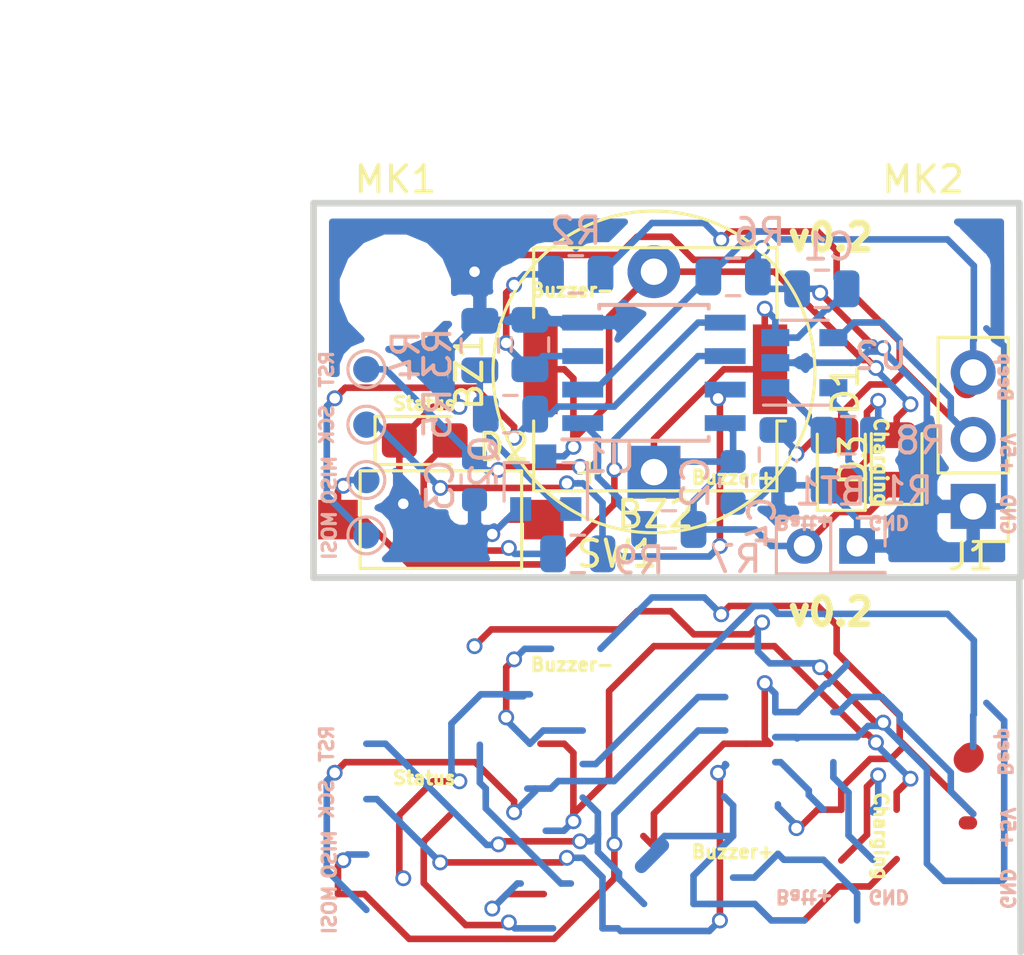
<source format=kicad_pcb>
(kicad_pcb (version 20171130) (host pcbnew 5.0.1)

  (general
    (thickness 1.6)
    (drawings 36)
    (tracks 552)
    (zones 0)
    (modules 30)
    (nets 16)
  )

  (page A4)
  (layers
    (0 F.Cu signal)
    (31 B.Cu signal)
    (32 B.Adhes user)
    (33 F.Adhes user)
    (34 B.Paste user)
    (35 F.Paste user)
    (36 B.SilkS user)
    (37 F.SilkS user)
    (38 B.Mask user)
    (39 F.Mask user)
    (40 Dwgs.User user)
    (41 Cmts.User user)
    (42 Eco1.User user)
    (43 Eco2.User user)
    (44 Edge.Cuts user)
    (45 Margin user)
    (46 B.CrtYd user)
    (47 F.CrtYd user)
    (48 B.Fab user hide)
    (49 F.Fab user hide)
  )

  (setup
    (last_trace_width 0.25)
    (user_trace_width 0.5)
    (user_trace_width 1)
    (trace_clearance 0.2)
    (zone_clearance 0.508)
    (zone_45_only no)
    (trace_min 0.2)
    (segment_width 0.2)
    (edge_width 0.15)
    (via_size 0.6)
    (via_drill 0.4)
    (via_min_size 0.508)
    (via_min_drill 0.254)
    (uvia_size 0.6858)
    (uvia_drill 0.3302)
    (uvias_allowed no)
    (uvia_min_size 0)
    (uvia_min_drill 0)
    (pcb_text_width 0.3)
    (pcb_text_size 1.5 1.5)
    (mod_edge_width 0.15)
    (mod_text_size 1 1)
    (mod_text_width 0.15)
    (pad_size 1.524 1.524)
    (pad_drill 0.762)
    (pad_to_mask_clearance 0.0508)
    (solder_mask_min_width 0.25)
    (aux_axis_origin 0 0)
    (visible_elements FFFFFF7F)
    (pcbplotparams
      (layerselection 0x00030_80000001)
      (usegerberextensions false)
      (usegerberattributes false)
      (usegerberadvancedattributes false)
      (creategerberjobfile false)
      (excludeedgelayer true)
      (linewidth 0.100000)
      (plotframeref false)
      (viasonmask false)
      (mode 1)
      (useauxorigin false)
      (hpglpennumber 1)
      (hpglpenspeed 20)
      (hpglpendiameter 15.000000)
      (psnegative false)
      (psa4output false)
      (plotreference true)
      (plotvalue true)
      (plotinvisibletext false)
      (padsonsilk false)
      (subtractmaskfromsilk false)
      (outputformat 1)
      (mirror false)
      (drillshape 1)
      (scaleselection 1)
      (outputdirectory ""))
  )

  (net 0 "")
  (net 1 VCC)
  (net 2 GND)
  (net 3 /Beeper_in)
  (net 4 +5V)
  (net 5 "Net-(Q2-Pad1)")
  (net 6 /sense)
  (net 7 "Net-(C3-Pad2)")
  (net 8 "Net-(D1-Pad1)")
  (net 9 "Net-(R1-Pad1)")
  (net 10 "Net-(R8-Pad2)")
  (net 11 "Net-(D2-Pad2)")
  (net 12 /STATUS_OUT)
  (net 13 /BUZZER_OUT)
  (net 14 /BUZZER_GND)
  (net 15 "Net-(J3-Pad1)")

  (net_class Default "This is the default net class."
    (clearance 0.2)
    (trace_width 0.25)
    (via_dia 0.6)
    (via_drill 0.4)
    (uvia_dia 0.6858)
    (uvia_drill 0.3302)
    (add_net +5V)
    (add_net /BUZZER_GND)
    (add_net /BUZZER_OUT)
    (add_net /Beeper_in)
    (add_net /STATUS_OUT)
    (add_net /sense)
    (add_net GND)
    (add_net "Net-(C3-Pad2)")
    (add_net "Net-(D1-Pad1)")
    (add_net "Net-(D2-Pad2)")
    (add_net "Net-(J3-Pad1)")
    (add_net "Net-(Q2-Pad1)")
    (add_net "Net-(R1-Pad1)")
    (add_net "Net-(R8-Pad2)")
    (add_net VCC)
  )

  (net_class power ""
    (clearance 0.2)
    (trace_width 1)
    (via_dia 0.6)
    (via_drill 0.4)
    (uvia_dia 0.3)
    (uvia_drill 0.1)
  )

  (module Package_TO_SOT_SMD:SOT-23-5 (layer B.Cu) (tedit 5A02FF57) (tstamp 5C905168)
    (at 31.3 18.75)
    (descr "5-pin SOT23 package")
    (tags SOT-23-5)
    (path /5C585823)
    (solder_mask_margin 0.1016)
    (attr smd)
    (fp_text reference U2 (at 2.9 -0.25) (layer B.SilkS)
      (effects (font (size 1 1) (thickness 0.15)) (justify mirror))
    )
    (fp_text value MCP73831-2-OT (at 0 -2.9) (layer B.Fab)
      (effects (font (size 1 1) (thickness 0.15)) (justify mirror))
    )
    (fp_text user %R (at 0 0 -90) (layer B.Fab)
      (effects (font (size 0.5 0.5) (thickness 0.075)) (justify mirror))
    )
    (fp_line (start -0.9 -1.61) (end 0.9 -1.61) (layer B.SilkS) (width 0.12))
    (fp_line (start 0.9 1.61) (end -1.55 1.61) (layer B.SilkS) (width 0.12))
    (fp_line (start -1.9 1.8) (end 1.9 1.8) (layer B.CrtYd) (width 0.05))
    (fp_line (start 1.9 1.8) (end 1.9 -1.8) (layer B.CrtYd) (width 0.05))
    (fp_line (start 1.9 -1.8) (end -1.9 -1.8) (layer B.CrtYd) (width 0.05))
    (fp_line (start -1.9 -1.8) (end -1.9 1.8) (layer B.CrtYd) (width 0.05))
    (fp_line (start -0.9 0.9) (end -0.25 1.55) (layer B.Fab) (width 0.1))
    (fp_line (start 0.9 1.55) (end -0.25 1.55) (layer B.Fab) (width 0.1))
    (fp_line (start -0.9 0.9) (end -0.9 -1.55) (layer B.Fab) (width 0.1))
    (fp_line (start 0.9 -1.55) (end -0.9 -1.55) (layer B.Fab) (width 0.1))
    (fp_line (start 0.9 1.55) (end 0.9 -1.55) (layer B.Fab) (width 0.1))
    (pad 1 smd rect (at -1.1 0.95) (size 1.06 0.65) (layers B.Cu B.Paste B.Mask)
      (net 10 "Net-(R8-Pad2)"))
    (pad 2 smd rect (at -1.1 0) (size 1.06 0.65) (layers B.Cu B.Paste B.Mask)
      (net 2 GND))
    (pad 3 smd rect (at -1.1 -0.95) (size 1.06 0.65) (layers B.Cu B.Paste B.Mask)
      (net 1 VCC))
    (pad 4 smd rect (at 1.1 -0.95) (size 1.06 0.65) (layers B.Cu B.Paste B.Mask)
      (net 4 +5V))
    (pad 5 smd rect (at 1.1 0.95) (size 1.06 0.65) (layers B.Cu B.Paste B.Mask)
      (net 9 "Net-(R1-Pad1)"))
    (model ${KISYS3DMOD}/Package_TO_SOT_SMD.3dshapes/SOT-23-5.wrl
      (at (xyz 0 0 0))
      (scale (xyz 1 1 1))
      (rotate (xyz 0 0 0))
    )
  )

  (module Capacitor_SMD:C_0603_1608Metric (layer B.Cu) (tedit 5B301BBE) (tstamp 5C90500A)
    (at 18.8 23.1625 90)
    (descr "Capacitor SMD 0603 (1608 Metric), square (rectangular) end terminal, IPC_7351 nominal, (Body size source: http://www.tortai-tech.com/upload/download/2011102023233369053.pdf), generated with kicad-footprint-generator")
    (tags capacitor)
    (path /5C489AFB)
    (solder_mask_margin 0.1016)
    (attr smd)
    (fp_text reference C3 (at -0.2375 -1.3 90) (layer B.SilkS)
      (effects (font (size 1 1) (thickness 0.15)) (justify mirror))
    )
    (fp_text value 100nF (at 0 -1.43 90) (layer B.Fab)
      (effects (font (size 1 1) (thickness 0.15)) (justify mirror))
    )
    (fp_line (start -0.8 -0.4) (end -0.8 0.4) (layer B.Fab) (width 0.1))
    (fp_line (start -0.8 0.4) (end 0.8 0.4) (layer B.Fab) (width 0.1))
    (fp_line (start 0.8 0.4) (end 0.8 -0.4) (layer B.Fab) (width 0.1))
    (fp_line (start 0.8 -0.4) (end -0.8 -0.4) (layer B.Fab) (width 0.1))
    (fp_line (start -0.162779 0.51) (end 0.162779 0.51) (layer B.SilkS) (width 0.12))
    (fp_line (start -0.162779 -0.51) (end 0.162779 -0.51) (layer B.SilkS) (width 0.12))
    (fp_line (start -1.48 -0.73) (end -1.48 0.73) (layer B.CrtYd) (width 0.05))
    (fp_line (start -1.48 0.73) (end 1.48 0.73) (layer B.CrtYd) (width 0.05))
    (fp_line (start 1.48 0.73) (end 1.48 -0.73) (layer B.CrtYd) (width 0.05))
    (fp_line (start 1.48 -0.73) (end -1.48 -0.73) (layer B.CrtYd) (width 0.05))
    (fp_text user %R (at 0 0 90) (layer B.Fab)
      (effects (font (size 0.4 0.4) (thickness 0.06)) (justify mirror))
    )
    (pad 1 smd roundrect (at -0.7875 0 90) (size 0.875 0.95) (layers B.Cu B.Paste B.Mask) (roundrect_rratio 0.25)
      (net 2 GND))
    (pad 2 smd roundrect (at 0.7875 0 90) (size 0.875 0.95) (layers B.Cu B.Paste B.Mask) (roundrect_rratio 0.25)
      (net 7 "Net-(C3-Pad2)"))
    (model ${KISYS3DMOD}/Capacitor_SMD.3dshapes/C_0603_1608Metric.wrl
      (at (xyz 0 0 0))
      (scale (xyz 1 1 1))
      (rotate (xyz 0 0 0))
    )
  )

  (module Capacitor_SMD:C_0805_2012Metric (layer B.Cu) (tedit 5B36C52B) (tstamp 5C904FEA)
    (at 31.9625 15.95 180)
    (descr "Capacitor SMD 0805 (2012 Metric), square (rectangular) end terminal, IPC_7351 nominal, (Body size source: https://docs.google.com/spreadsheets/d/1BsfQQcO9C6DZCsRaXUlFlo91Tg2WpOkGARC1WS5S8t0/edit?usp=sharing), generated with kicad-footprint-generator")
    (tags capacitor)
    (path /5C3E4BC6)
    (solder_mask_margin 0.1016)
    (attr smd)
    (fp_text reference C1 (at -0.2625 1.6) (layer B.SilkS)
      (effects (font (size 1 1) (thickness 0.15)) (justify mirror))
    )
    (fp_text value 10µF (at 0 -1.65 180) (layer B.Fab)
      (effects (font (size 1 1) (thickness 0.15)) (justify mirror))
    )
    (fp_text user %R (at 0 0 180) (layer B.Fab)
      (effects (font (size 0.5 0.5) (thickness 0.08)) (justify mirror))
    )
    (fp_line (start 1.68 -0.95) (end -1.68 -0.95) (layer B.CrtYd) (width 0.05))
    (fp_line (start 1.68 0.95) (end 1.68 -0.95) (layer B.CrtYd) (width 0.05))
    (fp_line (start -1.68 0.95) (end 1.68 0.95) (layer B.CrtYd) (width 0.05))
    (fp_line (start -1.68 -0.95) (end -1.68 0.95) (layer B.CrtYd) (width 0.05))
    (fp_line (start -0.258578 -0.71) (end 0.258578 -0.71) (layer B.SilkS) (width 0.12))
    (fp_line (start -0.258578 0.71) (end 0.258578 0.71) (layer B.SilkS) (width 0.12))
    (fp_line (start 1 -0.6) (end -1 -0.6) (layer B.Fab) (width 0.1))
    (fp_line (start 1 0.6) (end 1 -0.6) (layer B.Fab) (width 0.1))
    (fp_line (start -1 0.6) (end 1 0.6) (layer B.Fab) (width 0.1))
    (fp_line (start -1 -0.6) (end -1 0.6) (layer B.Fab) (width 0.1))
    (pad 2 smd roundrect (at 0.9375 0 180) (size 0.975 1.4) (layers B.Cu B.Paste B.Mask) (roundrect_rratio 0.25)
      (net 2 GND))
    (pad 1 smd roundrect (at -0.9375 0 180) (size 0.975 1.4) (layers B.Cu B.Paste B.Mask) (roundrect_rratio 0.25)
      (net 1 VCC))
    (model ${KISYS3DMOD}/Capacitor_SMD.3dshapes/C_0805_2012Metric.wrl
      (at (xyz 0 0 0))
      (scale (xyz 1 1 1))
      (rotate (xyz 0 0 0))
    )
  )

  (module Capacitor_SMD:C_0603_1608Metric (layer B.Cu) (tedit 5B301BBE) (tstamp 5C904FFA)
    (at 28.6 23.2875 270)
    (descr "Capacitor SMD 0603 (1608 Metric), square (rectangular) end terminal, IPC_7351 nominal, (Body size source: http://www.tortai-tech.com/upload/download/2011102023233369053.pdf), generated with kicad-footprint-generator")
    (tags capacitor)
    (path /5C3E4FBF)
    (solder_mask_margin 0.1016)
    (attr smd)
    (fp_text reference C2 (at 0 1.43 270) (layer B.SilkS)
      (effects (font (size 1 1) (thickness 0.15)) (justify mirror))
    )
    (fp_text value 100nF (at 0 -1.43 270) (layer B.Fab)
      (effects (font (size 1 1) (thickness 0.15)) (justify mirror))
    )
    (fp_text user %R (at 0 0 270) (layer B.Fab)
      (effects (font (size 0.4 0.4) (thickness 0.06)) (justify mirror))
    )
    (fp_line (start 1.48 -0.73) (end -1.48 -0.73) (layer B.CrtYd) (width 0.05))
    (fp_line (start 1.48 0.73) (end 1.48 -0.73) (layer B.CrtYd) (width 0.05))
    (fp_line (start -1.48 0.73) (end 1.48 0.73) (layer B.CrtYd) (width 0.05))
    (fp_line (start -1.48 -0.73) (end -1.48 0.73) (layer B.CrtYd) (width 0.05))
    (fp_line (start -0.162779 -0.51) (end 0.162779 -0.51) (layer B.SilkS) (width 0.12))
    (fp_line (start -0.162779 0.51) (end 0.162779 0.51) (layer B.SilkS) (width 0.12))
    (fp_line (start 0.8 -0.4) (end -0.8 -0.4) (layer B.Fab) (width 0.1))
    (fp_line (start 0.8 0.4) (end 0.8 -0.4) (layer B.Fab) (width 0.1))
    (fp_line (start -0.8 0.4) (end 0.8 0.4) (layer B.Fab) (width 0.1))
    (fp_line (start -0.8 -0.4) (end -0.8 0.4) (layer B.Fab) (width 0.1))
    (pad 2 smd roundrect (at 0.7875 0 270) (size 0.875 0.95) (layers B.Cu B.Paste B.Mask) (roundrect_rratio 0.25)
      (net 2 GND))
    (pad 1 smd roundrect (at -0.7875 0 270) (size 0.875 0.95) (layers B.Cu B.Paste B.Mask) (roundrect_rratio 0.25)
      (net 1 VCC))
    (model ${KISYS3DMOD}/Capacitor_SMD.3dshapes/C_0603_1608Metric.wrl
      (at (xyz 0 0 0))
      (scale (xyz 1 1 1))
      (rotate (xyz 0 0 0))
    )
  )

  (module Capacitor_SMD:C_0805_2012Metric (layer B.Cu) (tedit 5B36C52B) (tstamp 5C90501A)
    (at 30.3 22.2375 270)
    (descr "Capacitor SMD 0805 (2012 Metric), square (rectangular) end terminal, IPC_7351 nominal, (Body size source: https://docs.google.com/spreadsheets/d/1BsfQQcO9C6DZCsRaXUlFlo91Tg2WpOkGARC1WS5S8t0/edit?usp=sharing), generated with kicad-footprint-generator")
    (tags capacitor)
    (path /5C58722F)
    (solder_mask_margin 0.1016)
    (attr smd)
    (fp_text reference C4 (at 2.5625 0.6 90) (layer B.SilkS)
      (effects (font (size 1 1) (thickness 0.15)) (justify mirror))
    )
    (fp_text value 10µF (at 0 -1.65 270) (layer B.Fab)
      (effects (font (size 1 1) (thickness 0.15)) (justify mirror))
    )
    (fp_line (start -1 -0.6) (end -1 0.6) (layer B.Fab) (width 0.1))
    (fp_line (start -1 0.6) (end 1 0.6) (layer B.Fab) (width 0.1))
    (fp_line (start 1 0.6) (end 1 -0.6) (layer B.Fab) (width 0.1))
    (fp_line (start 1 -0.6) (end -1 -0.6) (layer B.Fab) (width 0.1))
    (fp_line (start -0.258578 0.71) (end 0.258578 0.71) (layer B.SilkS) (width 0.12))
    (fp_line (start -0.258578 -0.71) (end 0.258578 -0.71) (layer B.SilkS) (width 0.12))
    (fp_line (start -1.68 -0.95) (end -1.68 0.95) (layer B.CrtYd) (width 0.05))
    (fp_line (start -1.68 0.95) (end 1.68 0.95) (layer B.CrtYd) (width 0.05))
    (fp_line (start 1.68 0.95) (end 1.68 -0.95) (layer B.CrtYd) (width 0.05))
    (fp_line (start 1.68 -0.95) (end -1.68 -0.95) (layer B.CrtYd) (width 0.05))
    (fp_text user %R (at 0 0 270) (layer B.Fab)
      (effects (font (size 0.5 0.5) (thickness 0.08)) (justify mirror))
    )
    (pad 1 smd roundrect (at -0.9375 0 270) (size 0.975 1.4) (layers B.Cu B.Paste B.Mask) (roundrect_rratio 0.25)
      (net 4 +5V))
    (pad 2 smd roundrect (at 0.9375 0 270) (size 0.975 1.4) (layers B.Cu B.Paste B.Mask) (roundrect_rratio 0.25)
      (net 2 GND))
    (model ${KISYS3DMOD}/Capacitor_SMD.3dshapes/C_0805_2012Metric.wrl
      (at (xyz 0 0 0))
      (scale (xyz 1 1 1))
      (rotate (xyz 0 0 0))
    )
  )

  (module LED_SMD:LED_0805_2012Metric_Castellated (layer F.Cu) (tedit 5B36C52C) (tstamp 5C90502A)
    (at 32.7 22.4625 90)
    (descr "LED SMD 0805 (2012 Metric), castellated end terminal, IPC_7351 nominal, (Body size source: https://docs.google.com/spreadsheets/d/1BsfQQcO9C6DZCsRaXUlFlo91Tg2WpOkGARC1WS5S8t0/edit?usp=sharing), generated with kicad-footprint-generator")
    (tags "LED castellated")
    (path /5C588A8F)
    (solder_mask_margin 0.1016)
    (attr smd)
    (fp_text reference D1 (at 2.7 0.15 90) (layer F.SilkS)
      (effects (font (size 1 1) (thickness 0.15)))
    )
    (fp_text value LED (at 0 1.6 90) (layer F.Fab)
      (effects (font (size 1 1) (thickness 0.15)))
    )
    (fp_line (start 1 -0.6) (end -0.7 -0.6) (layer F.Fab) (width 0.1))
    (fp_line (start -0.7 -0.6) (end -1 -0.3) (layer F.Fab) (width 0.1))
    (fp_line (start -1 -0.3) (end -1 0.6) (layer F.Fab) (width 0.1))
    (fp_line (start -1 0.6) (end 1 0.6) (layer F.Fab) (width 0.1))
    (fp_line (start 1 0.6) (end 1 -0.6) (layer F.Fab) (width 0.1))
    (fp_line (start 1 -0.91) (end -1.885 -0.91) (layer F.SilkS) (width 0.12))
    (fp_line (start -1.885 -0.91) (end -1.885 0.91) (layer F.SilkS) (width 0.12))
    (fp_line (start -1.885 0.91) (end 1 0.91) (layer F.SilkS) (width 0.12))
    (fp_line (start -1.88 0.9) (end -1.88 -0.9) (layer F.CrtYd) (width 0.05))
    (fp_line (start -1.88 -0.9) (end 1.88 -0.9) (layer F.CrtYd) (width 0.05))
    (fp_line (start 1.88 -0.9) (end 1.88 0.9) (layer F.CrtYd) (width 0.05))
    (fp_line (start 1.88 0.9) (end -1.88 0.9) (layer F.CrtYd) (width 0.05))
    (fp_text user %R (at 0 0 90) (layer F.Fab)
      (effects (font (size 0.5 0.5) (thickness 0.08)))
    )
    (pad 1 smd roundrect (at -0.9625 0 90) (size 1.325 1.3) (layers F.Cu F.Paste F.Mask) (roundrect_rratio 0.192308)
      (net 8 "Net-(D1-Pad1)"))
    (pad 2 smd roundrect (at 0.9625 0 90) (size 1.325 1.3) (layers F.Cu F.Paste F.Mask) (roundrect_rratio 0.192308)
      (net 4 +5V))
    (model ${KISYS3DMOD}/LED_SMD.3dshapes/LED_0805_2012Metric_Castellated.wrl
      (at (xyz 0 0 0))
      (scale (xyz 1 1 1))
      (rotate (xyz 0 0 0))
    )
  )

  (module LED_SMD:LED_0805_2012Metric_Castellated (layer F.Cu) (tedit 5B36C52C) (tstamp 5C90503C)
    (at 16.9125 21.7)
    (descr "LED SMD 0805 (2012 Metric), castellated end terminal, IPC_7351 nominal, (Body size source: https://docs.google.com/spreadsheets/d/1BsfQQcO9C6DZCsRaXUlFlo91Tg2WpOkGARC1WS5S8t0/edit?usp=sharing), generated with kicad-footprint-generator")
    (tags "LED castellated")
    (path /5C829CD7)
    (solder_mask_margin 0.1016)
    (attr smd)
    (fp_text reference D2 (at 3 0.25) (layer F.SilkS)
      (effects (font (size 1 1) (thickness 0.15)))
    )
    (fp_text value LED (at 0 1.6) (layer F.Fab)
      (effects (font (size 1 1) (thickness 0.15)))
    )
    (fp_text user %R (at 0 0) (layer F.Fab)
      (effects (font (size 0.5 0.5) (thickness 0.08)))
    )
    (fp_line (start 1.88 0.9) (end -1.88 0.9) (layer F.CrtYd) (width 0.05))
    (fp_line (start 1.88 -0.9) (end 1.88 0.9) (layer F.CrtYd) (width 0.05))
    (fp_line (start -1.88 -0.9) (end 1.88 -0.9) (layer F.CrtYd) (width 0.05))
    (fp_line (start -1.88 0.9) (end -1.88 -0.9) (layer F.CrtYd) (width 0.05))
    (fp_line (start -1.885 0.91) (end 1 0.91) (layer F.SilkS) (width 0.12))
    (fp_line (start -1.885 -0.91) (end -1.885 0.91) (layer F.SilkS) (width 0.12))
    (fp_line (start 1 -0.91) (end -1.885 -0.91) (layer F.SilkS) (width 0.12))
    (fp_line (start 1 0.6) (end 1 -0.6) (layer F.Fab) (width 0.1))
    (fp_line (start -1 0.6) (end 1 0.6) (layer F.Fab) (width 0.1))
    (fp_line (start -1 -0.3) (end -1 0.6) (layer F.Fab) (width 0.1))
    (fp_line (start -0.7 -0.6) (end -1 -0.3) (layer F.Fab) (width 0.1))
    (fp_line (start 1 -0.6) (end -0.7 -0.6) (layer F.Fab) (width 0.1))
    (pad 2 smd roundrect (at 0.9625 0) (size 1.325 1.3) (layers F.Cu F.Paste F.Mask) (roundrect_rratio 0.192308)
      (net 11 "Net-(D2-Pad2)"))
    (pad 1 smd roundrect (at -0.9625 0) (size 1.325 1.3) (layers F.Cu F.Paste F.Mask) (roundrect_rratio 0.192308)
      (net 2 GND))
    (model ${KISYS3DMOD}/LED_SMD.3dshapes/LED_0805_2012Metric_Castellated.wrl
      (at (xyz 0 0 0))
      (scale (xyz 1 1 1))
      (rotate (xyz 0 0 0))
    )
  )

  (module Connector_PinHeader_2.54mm:PinHeader_1x03_P2.54mm_Vertical (layer F.Cu) (tedit 59FED5CC) (tstamp 5C90504E)
    (at 37.7 24.2 180)
    (descr "Through hole straight pin header, 1x03, 2.54mm pitch, single row")
    (tags "Through hole pin header THT 1x03 2.54mm single row")
    (path /5C3D3B3D)
    (solder_mask_margin 0.1016)
    (fp_text reference J1 (at 0.1 -1.9 180) (layer F.SilkS)
      (effects (font (size 1 1) (thickness 0.15)))
    )
    (fp_text value Conn_01x03 (at 0 7.41 180) (layer F.Fab)
      (effects (font (size 1 1) (thickness 0.15)))
    )
    (fp_line (start -0.635 -1.27) (end 1.27 -1.27) (layer F.Fab) (width 0.1))
    (fp_line (start 1.27 -1.27) (end 1.27 6.35) (layer F.Fab) (width 0.1))
    (fp_line (start 1.27 6.35) (end -1.27 6.35) (layer F.Fab) (width 0.1))
    (fp_line (start -1.27 6.35) (end -1.27 -0.635) (layer F.Fab) (width 0.1))
    (fp_line (start -1.27 -0.635) (end -0.635 -1.27) (layer F.Fab) (width 0.1))
    (fp_line (start -1.33 6.41) (end 1.33 6.41) (layer F.SilkS) (width 0.12))
    (fp_line (start -1.33 1.27) (end -1.33 6.41) (layer F.SilkS) (width 0.12))
    (fp_line (start 1.33 1.27) (end 1.33 6.41) (layer F.SilkS) (width 0.12))
    (fp_line (start -1.33 1.27) (end 1.33 1.27) (layer F.SilkS) (width 0.12))
    (fp_line (start -1.33 0) (end -1.33 -1.33) (layer F.SilkS) (width 0.12))
    (fp_line (start -1.33 -1.33) (end 0 -1.33) (layer F.SilkS) (width 0.12))
    (fp_line (start -1.8 -1.8) (end -1.8 6.85) (layer F.CrtYd) (width 0.05))
    (fp_line (start -1.8 6.85) (end 1.8 6.85) (layer F.CrtYd) (width 0.05))
    (fp_line (start 1.8 6.85) (end 1.8 -1.8) (layer F.CrtYd) (width 0.05))
    (fp_line (start 1.8 -1.8) (end -1.8 -1.8) (layer F.CrtYd) (width 0.05))
    (fp_text user %R (at 0 2.54 270) (layer F.Fab)
      (effects (font (size 1 1) (thickness 0.15)))
    )
    (pad 1 thru_hole rect (at 0 0 180) (size 1.7 1.7) (drill 1) (layers *.Cu *.Mask)
      (net 2 GND))
    (pad 2 thru_hole oval (at 0 2.54 180) (size 1.7 1.7) (drill 1) (layers *.Cu *.Mask)
      (net 4 +5V))
    (pad 3 thru_hole oval (at 0 5.08 180) (size 1.7 1.7) (drill 1) (layers *.Cu *.Mask)
      (net 3 /Beeper_in))
    (model ${KISYS3DMOD}/Connector_PinHeader_2.54mm.3dshapes/PinHeader_1x03_P2.54mm_Vertical.wrl
      (at (xyz 0 0 0))
      (scale (xyz 1 1 1))
      (rotate (xyz 0 0 0))
    )
  )

  (module MountingHole:MountingHole_3.2mm_M3 (layer F.Cu) (tedit 56D1B4CB) (tstamp 5C905080)
    (at 15.8 16)
    (descr "Mounting Hole 3.2mm, no annular, M3")
    (tags "mounting hole 3.2mm no annular m3")
    (path /5C3CEC4A)
    (solder_mask_margin 0.1016)
    (attr virtual)
    (fp_text reference MK1 (at 0 -4.2) (layer F.SilkS)
      (effects (font (size 1 1) (thickness 0.15)))
    )
    (fp_text value Mounting_Hole (at 0 4.2) (layer F.Fab)
      (effects (font (size 1 1) (thickness 0.15)))
    )
    (fp_circle (center 0 0) (end 3.45 0) (layer F.CrtYd) (width 0.05))
    (fp_circle (center 0 0) (end 3.2 0) (layer Cmts.User) (width 0.15))
    (fp_text user %R (at 0.3 0) (layer F.Fab)
      (effects (font (size 1 1) (thickness 0.15)))
    )
    (pad 1 np_thru_hole circle (at 0 0) (size 3.2 3.2) (drill 3.2) (layers *.Cu *.Mask))
  )

  (module MountingHole:MountingHole_3.2mm_M3 (layer F.Cu) (tedit 56D1B4CB) (tstamp 5C905087)
    (at 35.8 16)
    (descr "Mounting Hole 3.2mm, no annular, M3")
    (tags "mounting hole 3.2mm no annular m3")
    (path /5C3CED0B)
    (solder_mask_margin 0.1016)
    (attr virtual)
    (fp_text reference MK2 (at 0 -4.2) (layer F.SilkS)
      (effects (font (size 1 1) (thickness 0.15)))
    )
    (fp_text value Mounting_Hole (at 0 4.2) (layer F.Fab)
      (effects (font (size 1 1) (thickness 0.15)))
    )
    (fp_text user %R (at 0.3 0) (layer F.Fab)
      (effects (font (size 1 1) (thickness 0.15)))
    )
    (fp_circle (center 0 0) (end 3.2 0) (layer Cmts.User) (width 0.15))
    (fp_circle (center 0 0) (end 3.45 0) (layer F.CrtYd) (width 0.05))
    (pad 1 np_thru_hole circle (at 0 0) (size 3.2 3.2) (drill 3.2) (layers *.Cu *.Mask))
  )

  (module Package_TO_SOT_SMD:SOT-23 (layer B.Cu) (tedit 5A02FF57) (tstamp 5CD720F8)
    (at 21.5 23.3 90)
    (descr "SOT-23, Standard")
    (tags SOT-23)
    (path /5C3D1462)
    (solder_mask_margin 0.1016)
    (attr smd)
    (fp_text reference Q2 (at 0.8 -2.35 -90) (layer B.SilkS)
      (effects (font (size 1 1) (thickness 0.15)) (justify mirror))
    )
    (fp_text value irlml2502 (at 0 -2.5 90) (layer B.Fab)
      (effects (font (size 1 1) (thickness 0.15)) (justify mirror))
    )
    (fp_text user %R (at 0 0) (layer B.Fab)
      (effects (font (size 0.5 0.5) (thickness 0.075)) (justify mirror))
    )
    (fp_line (start -0.7 0.95) (end -0.7 -1.5) (layer B.Fab) (width 0.1))
    (fp_line (start -0.15 1.52) (end 0.7 1.52) (layer B.Fab) (width 0.1))
    (fp_line (start -0.7 0.95) (end -0.15 1.52) (layer B.Fab) (width 0.1))
    (fp_line (start 0.7 1.52) (end 0.7 -1.52) (layer B.Fab) (width 0.1))
    (fp_line (start -0.7 -1.52) (end 0.7 -1.52) (layer B.Fab) (width 0.1))
    (fp_line (start 0.76 -1.58) (end 0.76 -0.65) (layer B.SilkS) (width 0.12))
    (fp_line (start 0.76 1.58) (end 0.76 0.65) (layer B.SilkS) (width 0.12))
    (fp_line (start -1.7 1.75) (end 1.7 1.75) (layer B.CrtYd) (width 0.05))
    (fp_line (start 1.7 1.75) (end 1.7 -1.75) (layer B.CrtYd) (width 0.05))
    (fp_line (start 1.7 -1.75) (end -1.7 -1.75) (layer B.CrtYd) (width 0.05))
    (fp_line (start -1.7 -1.75) (end -1.7 1.75) (layer B.CrtYd) (width 0.05))
    (fp_line (start 0.76 1.58) (end -1.4 1.58) (layer B.SilkS) (width 0.12))
    (fp_line (start 0.76 -1.58) (end -0.7 -1.58) (layer B.SilkS) (width 0.12))
    (pad 1 smd rect (at -1 0.95 90) (size 0.9 0.8) (layers B.Cu B.Paste B.Mask)
      (net 5 "Net-(Q2-Pad1)"))
    (pad 2 smd rect (at -1 -0.95 90) (size 0.9 0.8) (layers B.Cu B.Paste B.Mask)
      (net 2 GND))
    (pad 3 smd rect (at 1 0 90) (size 0.9 0.8) (layers B.Cu B.Paste B.Mask)
      (net 14 /BUZZER_GND))
    (model ${KISYS3DMOD}/Package_TO_SOT_SMD.3dshapes/SOT-23.wrl
      (at (xyz 0 0 0))
      (scale (xyz 1 1 1))
      (rotate (xyz 0 0 0))
    )
  )

  (module Resistor_SMD:R_0805_2012Metric (layer B.Cu) (tedit 5B36C52B) (tstamp 5C9050A2)
    (at 32.9625 23.4 180)
    (descr "Resistor SMD 0805 (2012 Metric), square (rectangular) end terminal, IPC_7351 nominal, (Body size source: https://docs.google.com/spreadsheets/d/1BsfQQcO9C6DZCsRaXUlFlo91Tg2WpOkGARC1WS5S8t0/edit?usp=sharing), generated with kicad-footprint-generator")
    (tags resistor)
    (path /5C586D86)
    (solder_mask_margin 0.1016)
    (attr smd)
    (fp_text reference R1 (at -2.2375 -0.2 180) (layer B.SilkS)
      (effects (font (size 1 1) (thickness 0.15)) (justify mirror))
    )
    (fp_text value 10k (at 0 -1.65 180) (layer B.Fab)
      (effects (font (size 1 1) (thickness 0.15)) (justify mirror))
    )
    (fp_line (start -1 -0.6) (end -1 0.6) (layer B.Fab) (width 0.1))
    (fp_line (start -1 0.6) (end 1 0.6) (layer B.Fab) (width 0.1))
    (fp_line (start 1 0.6) (end 1 -0.6) (layer B.Fab) (width 0.1))
    (fp_line (start 1 -0.6) (end -1 -0.6) (layer B.Fab) (width 0.1))
    (fp_line (start -0.258578 0.71) (end 0.258578 0.71) (layer B.SilkS) (width 0.12))
    (fp_line (start -0.258578 -0.71) (end 0.258578 -0.71) (layer B.SilkS) (width 0.12))
    (fp_line (start -1.68 -0.95) (end -1.68 0.95) (layer B.CrtYd) (width 0.05))
    (fp_line (start -1.68 0.95) (end 1.68 0.95) (layer B.CrtYd) (width 0.05))
    (fp_line (start 1.68 0.95) (end 1.68 -0.95) (layer B.CrtYd) (width 0.05))
    (fp_line (start 1.68 -0.95) (end -1.68 -0.95) (layer B.CrtYd) (width 0.05))
    (fp_text user %R (at 0 0 180) (layer B.Fab)
      (effects (font (size 0.5 0.5) (thickness 0.08)) (justify mirror))
    )
    (pad 1 smd roundrect (at -0.9375 0 180) (size 0.975 1.4) (layers B.Cu B.Paste B.Mask) (roundrect_rratio 0.25)
      (net 9 "Net-(R1-Pad1)"))
    (pad 2 smd roundrect (at 0.9375 0 180) (size 0.975 1.4) (layers B.Cu B.Paste B.Mask) (roundrect_rratio 0.25)
      (net 2 GND))
    (model ${KISYS3DMOD}/Resistor_SMD.3dshapes/R_0805_2012Metric.wrl
      (at (xyz 0 0 0))
      (scale (xyz 1 1 1))
      (rotate (xyz 0 0 0))
    )
  )

  (module Resistor_SMD:R_0805_2012Metric (layer B.Cu) (tedit 5B36C52B) (tstamp 5C9050B2)
    (at 22.6375 15.4 180)
    (descr "Resistor SMD 0805 (2012 Metric), square (rectangular) end terminal, IPC_7351 nominal, (Body size source: https://docs.google.com/spreadsheets/d/1BsfQQcO9C6DZCsRaXUlFlo91Tg2WpOkGARC1WS5S8t0/edit?usp=sharing), generated with kicad-footprint-generator")
    (tags resistor)
    (path /5C3D0301)
    (solder_mask_margin 0.1016)
    (attr smd)
    (fp_text reference R2 (at 0 1.65 180) (layer B.SilkS)
      (effects (font (size 1 1) (thickness 0.15)) (justify mirror))
    )
    (fp_text value 10k (at 0 -1.65 180) (layer B.Fab)
      (effects (font (size 1 1) (thickness 0.15)) (justify mirror))
    )
    (fp_text user %R (at 0 0 180) (layer B.Fab)
      (effects (font (size 0.5 0.5) (thickness 0.08)) (justify mirror))
    )
    (fp_line (start 1.68 -0.95) (end -1.68 -0.95) (layer B.CrtYd) (width 0.05))
    (fp_line (start 1.68 0.95) (end 1.68 -0.95) (layer B.CrtYd) (width 0.05))
    (fp_line (start -1.68 0.95) (end 1.68 0.95) (layer B.CrtYd) (width 0.05))
    (fp_line (start -1.68 -0.95) (end -1.68 0.95) (layer B.CrtYd) (width 0.05))
    (fp_line (start -0.258578 -0.71) (end 0.258578 -0.71) (layer B.SilkS) (width 0.12))
    (fp_line (start -0.258578 0.71) (end 0.258578 0.71) (layer B.SilkS) (width 0.12))
    (fp_line (start 1 -0.6) (end -1 -0.6) (layer B.Fab) (width 0.1))
    (fp_line (start 1 0.6) (end 1 -0.6) (layer B.Fab) (width 0.1))
    (fp_line (start -1 0.6) (end 1 0.6) (layer B.Fab) (width 0.1))
    (fp_line (start -1 -0.6) (end -1 0.6) (layer B.Fab) (width 0.1))
    (pad 2 smd roundrect (at 0.9375 0 180) (size 0.975 1.4) (layers B.Cu B.Paste B.Mask) (roundrect_rratio 0.25)
      (net 6 /sense))
    (pad 1 smd roundrect (at -0.9375 0 180) (size 0.975 1.4) (layers B.Cu B.Paste B.Mask) (roundrect_rratio 0.25)
      (net 4 +5V))
    (model ${KISYS3DMOD}/Resistor_SMD.3dshapes/R_0805_2012Metric.wrl
      (at (xyz 0 0 0))
      (scale (xyz 1 1 1))
      (rotate (xyz 0 0 0))
    )
  )

  (module Resistor_SMD:R_0805_2012Metric (layer B.Cu) (tedit 5B36C52B) (tstamp 5C9050C2)
    (at 20.9 18.0625 90)
    (descr "Resistor SMD 0805 (2012 Metric), square (rectangular) end terminal, IPC_7351 nominal, (Body size source: https://docs.google.com/spreadsheets/d/1BsfQQcO9C6DZCsRaXUlFlo91Tg2WpOkGARC1WS5S8t0/edit?usp=sharing), generated with kicad-footprint-generator")
    (tags resistor)
    (path /5C3D036F)
    (solder_mask_margin 0.1016)
    (attr smd)
    (fp_text reference R3 (at -0.3375 -3.5 90) (layer B.SilkS)
      (effects (font (size 1 1) (thickness 0.15)) (justify mirror))
    )
    (fp_text value 10k (at 0 -1.65 90) (layer B.Fab)
      (effects (font (size 1 1) (thickness 0.15)) (justify mirror))
    )
    (fp_line (start -1 -0.6) (end -1 0.6) (layer B.Fab) (width 0.1))
    (fp_line (start -1 0.6) (end 1 0.6) (layer B.Fab) (width 0.1))
    (fp_line (start 1 0.6) (end 1 -0.6) (layer B.Fab) (width 0.1))
    (fp_line (start 1 -0.6) (end -1 -0.6) (layer B.Fab) (width 0.1))
    (fp_line (start -0.258578 0.71) (end 0.258578 0.71) (layer B.SilkS) (width 0.12))
    (fp_line (start -0.258578 -0.71) (end 0.258578 -0.71) (layer B.SilkS) (width 0.12))
    (fp_line (start -1.68 -0.95) (end -1.68 0.95) (layer B.CrtYd) (width 0.05))
    (fp_line (start -1.68 0.95) (end 1.68 0.95) (layer B.CrtYd) (width 0.05))
    (fp_line (start 1.68 0.95) (end 1.68 -0.95) (layer B.CrtYd) (width 0.05))
    (fp_line (start 1.68 -0.95) (end -1.68 -0.95) (layer B.CrtYd) (width 0.05))
    (fp_text user %R (at 0 0 90) (layer B.Fab)
      (effects (font (size 0.5 0.5) (thickness 0.08)) (justify mirror))
    )
    (pad 1 smd roundrect (at -0.9375 0 90) (size 0.975 1.4) (layers B.Cu B.Paste B.Mask) (roundrect_rratio 0.25)
      (net 6 /sense))
    (pad 2 smd roundrect (at 0.9375 0 90) (size 0.975 1.4) (layers B.Cu B.Paste B.Mask) (roundrect_rratio 0.25)
      (net 2 GND))
    (model ${KISYS3DMOD}/Resistor_SMD.3dshapes/R_0805_2012Metric.wrl
      (at (xyz 0 0 0))
      (scale (xyz 1 1 1))
      (rotate (xyz 0 0 0))
    )
  )

  (module Resistor_SMD:R_0805_2012Metric (layer B.Cu) (tedit 5B36C52B) (tstamp 5C83EC35)
    (at 19 18.1 90)
    (descr "Resistor SMD 0805 (2012 Metric), square (rectangular) end terminal, IPC_7351 nominal, (Body size source: https://docs.google.com/spreadsheets/d/1BsfQQcO9C6DZCsRaXUlFlo91Tg2WpOkGARC1WS5S8t0/edit?usp=sharing), generated with kicad-footprint-generator")
    (tags resistor)
    (path /5C3E65D1)
    (solder_mask_margin 0.1016)
    (attr smd)
    (fp_text reference R4 (at -0.4 -2.8 90) (layer B.SilkS)
      (effects (font (size 1 1) (thickness 0.15)) (justify mirror))
    )
    (fp_text value 10k (at 0 -1.65 90) (layer B.Fab)
      (effects (font (size 1 1) (thickness 0.15)) (justify mirror))
    )
    (fp_line (start -1 -0.6) (end -1 0.6) (layer B.Fab) (width 0.1))
    (fp_line (start -1 0.6) (end 1 0.6) (layer B.Fab) (width 0.1))
    (fp_line (start 1 0.6) (end 1 -0.6) (layer B.Fab) (width 0.1))
    (fp_line (start 1 -0.6) (end -1 -0.6) (layer B.Fab) (width 0.1))
    (fp_line (start -0.258578 0.71) (end 0.258578 0.71) (layer B.SilkS) (width 0.12))
    (fp_line (start -0.258578 -0.71) (end 0.258578 -0.71) (layer B.SilkS) (width 0.12))
    (fp_line (start -1.68 -0.95) (end -1.68 0.95) (layer B.CrtYd) (width 0.05))
    (fp_line (start -1.68 0.95) (end 1.68 0.95) (layer B.CrtYd) (width 0.05))
    (fp_line (start 1.68 0.95) (end 1.68 -0.95) (layer B.CrtYd) (width 0.05))
    (fp_line (start 1.68 -0.95) (end -1.68 -0.95) (layer B.CrtYd) (width 0.05))
    (fp_text user %R (at 0 0 90) (layer B.Fab)
      (effects (font (size 0.5 0.5) (thickness 0.08)) (justify mirror))
    )
    (pad 1 smd roundrect (at -0.9375 0 90) (size 0.975 1.4) (layers B.Cu B.Paste B.Mask) (roundrect_rratio 0.25)
      (net 5 "Net-(Q2-Pad1)"))
    (pad 2 smd roundrect (at 0.9375 0 90) (size 0.975 1.4) (layers B.Cu B.Paste B.Mask) (roundrect_rratio 0.25)
      (net 2 GND))
    (model ${KISYS3DMOD}/Resistor_SMD.3dshapes/R_0805_2012Metric.wrl
      (at (xyz 0 0 0))
      (scale (xyz 1 1 1))
      (rotate (xyz 0 0 0))
    )
  )

  (module Resistor_SMD:R_0805_2012Metric (layer B.Cu) (tedit 5B36C52B) (tstamp 5C9050E2)
    (at 20.1625 20.7)
    (descr "Resistor SMD 0805 (2012 Metric), square (rectangular) end terminal, IPC_7351 nominal, (Body size source: https://docs.google.com/spreadsheets/d/1BsfQQcO9C6DZCsRaXUlFlo91Tg2WpOkGARC1WS5S8t0/edit?usp=sharing), generated with kicad-footprint-generator")
    (tags resistor)
    (path /5C3D1E79)
    (solder_mask_margin 0.1016)
    (attr smd)
    (fp_text reference R5 (at -2.7625 0 90) (layer B.SilkS)
      (effects (font (size 1 1) (thickness 0.15)) (justify mirror))
    )
    (fp_text value 1k (at 0 -1.65) (layer B.Fab)
      (effects (font (size 1 1) (thickness 0.15)) (justify mirror))
    )
    (fp_text user %R (at 0 0) (layer B.Fab)
      (effects (font (size 0.5 0.5) (thickness 0.08)) (justify mirror))
    )
    (fp_line (start 1.68 -0.95) (end -1.68 -0.95) (layer B.CrtYd) (width 0.05))
    (fp_line (start 1.68 0.95) (end 1.68 -0.95) (layer B.CrtYd) (width 0.05))
    (fp_line (start -1.68 0.95) (end 1.68 0.95) (layer B.CrtYd) (width 0.05))
    (fp_line (start -1.68 -0.95) (end -1.68 0.95) (layer B.CrtYd) (width 0.05))
    (fp_line (start -0.258578 -0.71) (end 0.258578 -0.71) (layer B.SilkS) (width 0.12))
    (fp_line (start -0.258578 0.71) (end 0.258578 0.71) (layer B.SilkS) (width 0.12))
    (fp_line (start 1 -0.6) (end -1 -0.6) (layer B.Fab) (width 0.1))
    (fp_line (start 1 0.6) (end 1 -0.6) (layer B.Fab) (width 0.1))
    (fp_line (start -1 0.6) (end 1 0.6) (layer B.Fab) (width 0.1))
    (fp_line (start -1 -0.6) (end -1 0.6) (layer B.Fab) (width 0.1))
    (pad 2 smd roundrect (at 0.9375 0) (size 0.975 1.4) (layers B.Cu B.Paste B.Mask) (roundrect_rratio 0.25)
      (net 13 /BUZZER_OUT))
    (pad 1 smd roundrect (at -0.9375 0) (size 0.975 1.4) (layers B.Cu B.Paste B.Mask) (roundrect_rratio 0.25)
      (net 5 "Net-(Q2-Pad1)"))
    (model ${KISYS3DMOD}/Resistor_SMD.3dshapes/R_0805_2012Metric.wrl
      (at (xyz 0 0 0))
      (scale (xyz 1 1 1))
      (rotate (xyz 0 0 0))
    )
  )

  (module Resistor_SMD:R_0805_2012Metric (layer B.Cu) (tedit 5B36C52B) (tstamp 5C90864B)
    (at 28.6 15.5)
    (descr "Resistor SMD 0805 (2012 Metric), square (rectangular) end terminal, IPC_7351 nominal, (Body size source: https://docs.google.com/spreadsheets/d/1BsfQQcO9C6DZCsRaXUlFlo91Tg2WpOkGARC1WS5S8t0/edit?usp=sharing), generated with kicad-footprint-generator")
    (tags resistor)
    (path /5C43A419)
    (solder_mask_margin 0.1016)
    (attr smd)
    (fp_text reference R6 (at 1 -1.7) (layer B.SilkS)
      (effects (font (size 1 1) (thickness 0.15)) (justify mirror))
    )
    (fp_text value 100k (at 0 -1.65) (layer B.Fab)
      (effects (font (size 1 1) (thickness 0.15)) (justify mirror))
    )
    (fp_text user %R (at 0 0) (layer B.Fab)
      (effects (font (size 0.5 0.5) (thickness 0.08)) (justify mirror))
    )
    (fp_line (start 1.68 -0.95) (end -1.68 -0.95) (layer B.CrtYd) (width 0.05))
    (fp_line (start 1.68 0.95) (end 1.68 -0.95) (layer B.CrtYd) (width 0.05))
    (fp_line (start -1.68 0.95) (end 1.68 0.95) (layer B.CrtYd) (width 0.05))
    (fp_line (start -1.68 -0.95) (end -1.68 0.95) (layer B.CrtYd) (width 0.05))
    (fp_line (start -0.258578 -0.71) (end 0.258578 -0.71) (layer B.SilkS) (width 0.12))
    (fp_line (start -0.258578 0.71) (end 0.258578 0.71) (layer B.SilkS) (width 0.12))
    (fp_line (start 1 -0.6) (end -1 -0.6) (layer B.Fab) (width 0.1))
    (fp_line (start 1 0.6) (end 1 -0.6) (layer B.Fab) (width 0.1))
    (fp_line (start -1 0.6) (end 1 0.6) (layer B.Fab) (width 0.1))
    (fp_line (start -1 -0.6) (end -1 0.6) (layer B.Fab) (width 0.1))
    (pad 2 smd roundrect (at 0.9375 0) (size 0.975 1.4) (layers B.Cu B.Paste B.Mask) (roundrect_rratio 0.25)
      (net 2 GND))
    (pad 1 smd roundrect (at -0.9375 0) (size 0.975 1.4) (layers B.Cu B.Paste B.Mask) (roundrect_rratio 0.25)
      (net 3 /Beeper_in))
    (model ${KISYS3DMOD}/Resistor_SMD.3dshapes/R_0805_2012Metric.wrl
      (at (xyz 0 0 0))
      (scale (xyz 1 1 1))
      (rotate (xyz 0 0 0))
    )
  )

  (module Resistor_SMD:R_0805_2012Metric (layer B.Cu) (tedit 5B36C52B) (tstamp 5C909230)
    (at 26.1625 25.075 180)
    (descr "Resistor SMD 0805 (2012 Metric), square (rectangular) end terminal, IPC_7351 nominal, (Body size source: https://docs.google.com/spreadsheets/d/1BsfQQcO9C6DZCsRaXUlFlo91Tg2WpOkGARC1WS5S8t0/edit?usp=sharing), generated with kicad-footprint-generator")
    (tags resistor)
    (path /5C48986E)
    (solder_mask_margin 0.1016)
    (attr smd)
    (fp_text reference R7 (at -2.5375 -1.125 180) (layer B.SilkS)
      (effects (font (size 1 1) (thickness 0.15)) (justify mirror))
    )
    (fp_text value 4.7k (at 0 -1.65 180) (layer B.Fab)
      (effects (font (size 1 1) (thickness 0.15)) (justify mirror))
    )
    (fp_line (start -1 -0.6) (end -1 0.6) (layer B.Fab) (width 0.1))
    (fp_line (start -1 0.6) (end 1 0.6) (layer B.Fab) (width 0.1))
    (fp_line (start 1 0.6) (end 1 -0.6) (layer B.Fab) (width 0.1))
    (fp_line (start 1 -0.6) (end -1 -0.6) (layer B.Fab) (width 0.1))
    (fp_line (start -0.258578 0.71) (end 0.258578 0.71) (layer B.SilkS) (width 0.12))
    (fp_line (start -0.258578 -0.71) (end 0.258578 -0.71) (layer B.SilkS) (width 0.12))
    (fp_line (start -1.68 -0.95) (end -1.68 0.95) (layer B.CrtYd) (width 0.05))
    (fp_line (start -1.68 0.95) (end 1.68 0.95) (layer B.CrtYd) (width 0.05))
    (fp_line (start 1.68 0.95) (end 1.68 -0.95) (layer B.CrtYd) (width 0.05))
    (fp_line (start 1.68 -0.95) (end -1.68 -0.95) (layer B.CrtYd) (width 0.05))
    (fp_text user %R (at 0 0 180) (layer B.Fab)
      (effects (font (size 0.5 0.5) (thickness 0.08)) (justify mirror))
    )
    (pad 1 smd roundrect (at -0.9375 0 180) (size 0.975 1.4) (layers B.Cu B.Paste B.Mask) (roundrect_rratio 0.25)
      (net 1 VCC))
    (pad 2 smd roundrect (at 0.9375 0 180) (size 0.975 1.4) (layers B.Cu B.Paste B.Mask) (roundrect_rratio 0.25)
      (net 7 "Net-(C3-Pad2)"))
    (model ${KISYS3DMOD}/Resistor_SMD.3dshapes/R_0805_2012Metric.wrl
      (at (xyz 0 0 0))
      (scale (xyz 1 1 1))
      (rotate (xyz 0 0 0))
    )
  )

  (module Resistor_SMD:R_0805_2012Metric (layer B.Cu) (tedit 5B36C52B) (tstamp 5C905112)
    (at 32.9625 21.5 180)
    (descr "Resistor SMD 0805 (2012 Metric), square (rectangular) end terminal, IPC_7351 nominal, (Body size source: https://docs.google.com/spreadsheets/d/1BsfQQcO9C6DZCsRaXUlFlo91Tg2WpOkGARC1WS5S8t0/edit?usp=sharing), generated with kicad-footprint-generator")
    (tags resistor)
    (path /5C588580)
    (solder_mask_margin 0.1016)
    (attr smd)
    (fp_text reference R8 (at -2.75 -0.2 180) (layer B.SilkS)
      (effects (font (size 1 1) (thickness 0.15)) (justify mirror))
    )
    (fp_text value 470 (at 0 -1.65 180) (layer B.Fab)
      (effects (font (size 1 1) (thickness 0.15)) (justify mirror))
    )
    (fp_text user %R (at 0 0 180) (layer B.Fab)
      (effects (font (size 0.5 0.5) (thickness 0.08)) (justify mirror))
    )
    (fp_line (start 1.68 -0.95) (end -1.68 -0.95) (layer B.CrtYd) (width 0.05))
    (fp_line (start 1.68 0.95) (end 1.68 -0.95) (layer B.CrtYd) (width 0.05))
    (fp_line (start -1.68 0.95) (end 1.68 0.95) (layer B.CrtYd) (width 0.05))
    (fp_line (start -1.68 -0.95) (end -1.68 0.95) (layer B.CrtYd) (width 0.05))
    (fp_line (start -0.258578 -0.71) (end 0.258578 -0.71) (layer B.SilkS) (width 0.12))
    (fp_line (start -0.258578 0.71) (end 0.258578 0.71) (layer B.SilkS) (width 0.12))
    (fp_line (start 1 -0.6) (end -1 -0.6) (layer B.Fab) (width 0.1))
    (fp_line (start 1 0.6) (end 1 -0.6) (layer B.Fab) (width 0.1))
    (fp_line (start -1 0.6) (end 1 0.6) (layer B.Fab) (width 0.1))
    (fp_line (start -1 -0.6) (end -1 0.6) (layer B.Fab) (width 0.1))
    (pad 2 smd roundrect (at 0.9375 0 180) (size 0.975 1.4) (layers B.Cu B.Paste B.Mask) (roundrect_rratio 0.25)
      (net 10 "Net-(R8-Pad2)"))
    (pad 1 smd roundrect (at -0.9375 0 180) (size 0.975 1.4) (layers B.Cu B.Paste B.Mask) (roundrect_rratio 0.25)
      (net 8 "Net-(D1-Pad1)"))
    (model ${KISYS3DMOD}/Resistor_SMD.3dshapes/R_0805_2012Metric.wrl
      (at (xyz 0 0 0))
      (scale (xyz 1 1 1))
      (rotate (xyz 0 0 0))
    )
  )

  (module Resistor_SMD:R_0805_2012Metric (layer B.Cu) (tedit 5B36C52B) (tstamp 5C905122)
    (at 22.7125 26 180)
    (descr "Resistor SMD 0805 (2012 Metric), square (rectangular) end terminal, IPC_7351 nominal, (Body size source: https://docs.google.com/spreadsheets/d/1BsfQQcO9C6DZCsRaXUlFlo91Tg2WpOkGARC1WS5S8t0/edit?usp=sharing), generated with kicad-footprint-generator")
    (tags resistor)
    (path /5C82B02E)
    (solder_mask_margin 0.1016)
    (attr smd)
    (fp_text reference R9 (at -2.3125 -0.25 180) (layer B.SilkS)
      (effects (font (size 1 1) (thickness 0.15)) (justify mirror))
    )
    (fp_text value 470 (at 0 -1.65 180) (layer B.Fab)
      (effects (font (size 1 1) (thickness 0.15)) (justify mirror))
    )
    (fp_line (start -1 -0.6) (end -1 0.6) (layer B.Fab) (width 0.1))
    (fp_line (start -1 0.6) (end 1 0.6) (layer B.Fab) (width 0.1))
    (fp_line (start 1 0.6) (end 1 -0.6) (layer B.Fab) (width 0.1))
    (fp_line (start 1 -0.6) (end -1 -0.6) (layer B.Fab) (width 0.1))
    (fp_line (start -0.258578 0.71) (end 0.258578 0.71) (layer B.SilkS) (width 0.12))
    (fp_line (start -0.258578 -0.71) (end 0.258578 -0.71) (layer B.SilkS) (width 0.12))
    (fp_line (start -1.68 -0.95) (end -1.68 0.95) (layer B.CrtYd) (width 0.05))
    (fp_line (start -1.68 0.95) (end 1.68 0.95) (layer B.CrtYd) (width 0.05))
    (fp_line (start 1.68 0.95) (end 1.68 -0.95) (layer B.CrtYd) (width 0.05))
    (fp_line (start 1.68 -0.95) (end -1.68 -0.95) (layer B.CrtYd) (width 0.05))
    (fp_text user %R (at 0 0 180) (layer B.Fab)
      (effects (font (size 0.5 0.5) (thickness 0.08)) (justify mirror))
    )
    (pad 1 smd roundrect (at -0.9375 0 180) (size 0.975 1.4) (layers B.Cu B.Paste B.Mask) (roundrect_rratio 0.25)
      (net 12 /STATUS_OUT))
    (pad 2 smd roundrect (at 0.9375 0 180) (size 0.975 1.4) (layers B.Cu B.Paste B.Mask) (roundrect_rratio 0.25)
      (net 11 "Net-(D2-Pad2)"))
    (model ${KISYS3DMOD}/Resistor_SMD.3dshapes/R_0805_2012Metric.wrl
      (at (xyz 0 0 0))
      (scale (xyz 1 1 1))
      (rotate (xyz 0 0 0))
    )
  )

  (module Button_Switch_SMD:SW_SPST_CK_RS282G05A3 (layer F.Cu) (tedit 5A7A67D2) (tstamp 5C906131)
    (at 17.525 24.7 180)
    (descr https://www.mouser.com/ds/2/60/RS-282G05A-SM_RT-1159762.pdf)
    (tags "SPST button tactile switch")
    (path /5C3D0582)
    (solder_mask_margin 0.1016)
    (attr smd)
    (fp_text reference SW1 (at -6.675 -1.3 180) (layer F.SilkS)
      (effects (font (size 1 1) (thickness 0.15)))
    )
    (fp_text value SW_Push (at 0 3 180) (layer F.Fab)
      (effects (font (size 1 1) (thickness 0.15)))
    )
    (fp_line (start -4.9 2.05) (end -4.9 -2.05) (layer F.CrtYd) (width 0.05))
    (fp_line (start 4.9 2.05) (end -4.9 2.05) (layer F.CrtYd) (width 0.05))
    (fp_line (start 4.9 -2.05) (end 4.9 2.05) (layer F.CrtYd) (width 0.05))
    (fp_line (start -4.9 -2.05) (end 4.9 -2.05) (layer F.CrtYd) (width 0.05))
    (fp_text user %R (at 0 -2.6 180) (layer F.Fab)
      (effects (font (size 1 1) (thickness 0.15)))
    )
    (fp_line (start -1.75 -1) (end 1.75 -1) (layer F.Fab) (width 0.1))
    (fp_line (start 1.75 -1) (end 1.75 1) (layer F.Fab) (width 0.1))
    (fp_line (start 1.75 1) (end -1.75 1) (layer F.Fab) (width 0.1))
    (fp_line (start -1.75 1) (end -1.75 -1) (layer F.Fab) (width 0.1))
    (fp_line (start -3.06 -1.85) (end 3.06 -1.85) (layer F.SilkS) (width 0.12))
    (fp_line (start 3.06 -1.85) (end 3.06 1.85) (layer F.SilkS) (width 0.12))
    (fp_line (start 3.06 1.85) (end -3.06 1.85) (layer F.SilkS) (width 0.12))
    (fp_line (start -3.06 1.85) (end -3.06 -1.85) (layer F.SilkS) (width 0.12))
    (fp_line (start -1.5 0.8) (end 1.5 0.8) (layer F.Fab) (width 0.1))
    (fp_line (start -1.5 -0.8) (end 1.5 -0.8) (layer F.Fab) (width 0.1))
    (fp_line (start 1.5 -0.8) (end 1.5 0.8) (layer F.Fab) (width 0.1))
    (fp_line (start -1.5 -0.8) (end -1.5 0.8) (layer F.Fab) (width 0.1))
    (fp_line (start -3 1.8) (end 3 1.8) (layer F.Fab) (width 0.1))
    (fp_line (start -3 -1.8) (end 3 -1.8) (layer F.Fab) (width 0.1))
    (fp_line (start -3 -1.8) (end -3 1.8) (layer F.Fab) (width 0.1))
    (fp_line (start 3 -1.8) (end 3 1.8) (layer F.Fab) (width 0.1))
    (pad 1 smd rect (at -3.9 0 180) (size 1.5 1.5) (layers F.Cu F.Paste F.Mask)
      (net 2 GND))
    (pad 2 smd rect (at 3.9 0 180) (size 1.5 1.5) (layers F.Cu F.Paste F.Mask)
      (net 15 "Net-(J3-Pad1)"))
    (model ${KISYS3DMOD}/Button_Switch_SMD.3dshapes/SW_SPST_CK_RS282G05A3.wrl
      (at (xyz 0 0 0))
      (scale (xyz 1 1 1))
      (rotate (xyz 0 0 0))
    )
  )

  (module Package_SO:SOIC-8_3.9x4.9mm_P1.27mm (layer B.Cu) (tedit 5A02F2D3) (tstamp 5C90514C)
    (at 25.6 19.135)
    (descr "8-Lead Plastic Small Outline (SN) - Narrow, 3.90 mm Body [SOIC] (see Microchip Packaging Specification 00000049BS.pdf)")
    (tags "SOIC 1.27")
    (path /5C3CE073)
    (solder_mask_margin 0.1016)
    (attr smd)
    (fp_text reference U1 (at -1.7 3.265) (layer B.SilkS)
      (effects (font (size 1 1) (thickness 0.15)) (justify mirror))
    )
    (fp_text value ATTINY13A-SSU (at 0 -3.5) (layer B.Fab)
      (effects (font (size 1 1) (thickness 0.15)) (justify mirror))
    )
    (fp_text user %R (at 0 0) (layer B.Fab)
      (effects (font (size 1 1) (thickness 0.15)) (justify mirror))
    )
    (fp_line (start -0.95 2.45) (end 1.95 2.45) (layer B.Fab) (width 0.1))
    (fp_line (start 1.95 2.45) (end 1.95 -2.45) (layer B.Fab) (width 0.1))
    (fp_line (start 1.95 -2.45) (end -1.95 -2.45) (layer B.Fab) (width 0.1))
    (fp_line (start -1.95 -2.45) (end -1.95 1.45) (layer B.Fab) (width 0.1))
    (fp_line (start -1.95 1.45) (end -0.95 2.45) (layer B.Fab) (width 0.1))
    (fp_line (start -3.73 2.7) (end -3.73 -2.7) (layer B.CrtYd) (width 0.05))
    (fp_line (start 3.73 2.7) (end 3.73 -2.7) (layer B.CrtYd) (width 0.05))
    (fp_line (start -3.73 2.7) (end 3.73 2.7) (layer B.CrtYd) (width 0.05))
    (fp_line (start -3.73 -2.7) (end 3.73 -2.7) (layer B.CrtYd) (width 0.05))
    (fp_line (start -2.075 2.575) (end -2.075 2.525) (layer B.SilkS) (width 0.15))
    (fp_line (start 2.075 2.575) (end 2.075 2.43) (layer B.SilkS) (width 0.15))
    (fp_line (start 2.075 -2.575) (end 2.075 -2.43) (layer B.SilkS) (width 0.15))
    (fp_line (start -2.075 -2.575) (end -2.075 -2.43) (layer B.SilkS) (width 0.15))
    (fp_line (start -2.075 2.575) (end 2.075 2.575) (layer B.SilkS) (width 0.15))
    (fp_line (start -2.075 -2.575) (end 2.075 -2.575) (layer B.SilkS) (width 0.15))
    (fp_line (start -2.075 2.525) (end -3.475 2.525) (layer B.SilkS) (width 0.15))
    (pad 1 smd rect (at -2.7 1.905) (size 1.55 0.6) (layers B.Cu B.Paste B.Mask)
      (net 7 "Net-(C3-Pad2)"))
    (pad 2 smd rect (at -2.7 0.635) (size 1.55 0.6) (layers B.Cu B.Paste B.Mask)
      (net 3 /Beeper_in))
    (pad 3 smd rect (at -2.7 -0.635) (size 1.55 0.6) (layers B.Cu B.Paste B.Mask)
      (net 6 /sense))
    (pad 4 smd rect (at -2.7 -1.905) (size 1.55 0.6) (layers B.Cu B.Paste B.Mask)
      (net 2 GND))
    (pad 5 smd rect (at 2.7 -1.905) (size 1.55 0.6) (layers B.Cu B.Paste B.Mask)
      (net 13 /BUZZER_OUT))
    (pad 6 smd rect (at 2.7 -0.635) (size 1.55 0.6) (layers B.Cu B.Paste B.Mask)
      (net 15 "Net-(J3-Pad1)"))
    (pad 7 smd rect (at 2.7 0.635) (size 1.55 0.6) (layers B.Cu B.Paste B.Mask)
      (net 12 /STATUS_OUT))
    (pad 8 smd rect (at 2.7 1.905) (size 1.55 0.6) (layers B.Cu B.Paste B.Mask)
      (net 1 VCC))
    (model ${KISYS3DMOD}/Package_SO.3dshapes/SOIC-8_3.9x4.9mm_P1.27mm.wrl
      (at (xyz 0 0 0))
      (scale (xyz 1 1 1))
      (rotate (xyz 0 0 0))
    )
  )

  (module Buzzer_Beeper:Buzzer_12x9.5RM7.6 (layer F.Cu) (tedit 5CD9BD83) (tstamp 5C909D14)
    (at 25.6 22.9 90)
    (descr "Generic Buzzer, D12mm height 9.5mm with RM7.6mm")
    (tags buzzer)
    (path /5C3D137A)
    (solder_mask_margin 0.1016)
    (fp_text reference BZ1 (at 3.8 -7 90) (layer F.SilkS)
      (effects (font (size 1 1) (thickness 0.15)))
    )
    (fp_text value Buzzer (at 3.8 7.4 90) (layer F.Fab)
      (effects (font (size 1 1) (thickness 0.15)))
    )
    (fp_text user + (at -0.01 -2.54 90) (layer F.Fab)
      (effects (font (size 1 1) (thickness 0.15)))
    )
    (fp_text user + (at -0.01 -2.54 90) (layer F.SilkS)
      (effects (font (size 1 1) (thickness 0.15)))
    )
    (fp_text user %R (at 3.8 -4 90) (layer F.Fab)
      (effects (font (size 1 1) (thickness 0.15)))
    )
    (fp_circle (center 3.8 0) (end 10.05 0) (layer F.CrtYd) (width 0.05))
    (fp_circle (center 3.8 0) (end 9.8 0) (layer F.Fab) (width 0.1))
    (fp_circle (center 3.8 0) (end 4.8 0) (layer F.Fab) (width 0.1))
    (fp_circle (center 3.8 0) (end 9.9 0) (layer F.SilkS) (width 0.12))
    (pad 1 thru_hole rect (at 0 0 90) (size 2 2) (drill 1) (layers *.Cu *.Mask)
      (net 1 VCC))
    (pad 2 thru_hole circle (at 7.6 0 90) (size 2 2) (drill 1) (layers *.Cu *.Mask)
      (net 14 /BUZZER_GND))
    (model ${KISYS3DMOD}/Buzzer_Beeper.3dshapes/Buzzer_12x9.5RM7.6.wrl
      (at (xyz 0 0 0))
      (scale (xyz 1 1 1))
      (rotate (xyz 0 0 0))
    )
  )

  (module TestPoint:TestPoint_Pad_D1.0mm (layer B.Cu) (tedit 5C83EEAC) (tstamp 5C9039F0)
    (at 14.7 21.1)
    (descr "SMD pad as test Point, diameter 1.0mm")
    (tags "test point SMD pad")
    (path /5C84337F)
    (solder_mask_margin 0.1016)
    (attr virtual)
    (fp_text reference J2 (at 0 1.448) (layer B.SilkS) hide
      (effects (font (size 1 1) (thickness 0.15)) (justify mirror))
    )
    (fp_text value SCK (at 0 -1.55) (layer B.Fab)
      (effects (font (size 1 1) (thickness 0.15)) (justify mirror))
    )
    (fp_circle (center 0 0) (end 0 -0.7) (layer B.SilkS) (width 0.12))
    (fp_circle (center 0 0) (end 1 0) (layer B.CrtYd) (width 0.05))
    (fp_text user %R (at 0 1.45) (layer B.Fab)
      (effects (font (size 1 1) (thickness 0.15)) (justify mirror))
    )
    (pad 1 smd circle (at 0 0) (size 1 1) (layers B.Cu B.Mask)
      (net 12 /STATUS_OUT))
  )

  (module TestPoint:TestPoint_Pad_D1.0mm (layer B.Cu) (tedit 5C83EEB8) (tstamp 5C9039F8)
    (at 14.7 23.2)
    (descr "SMD pad as test Point, diameter 1.0mm")
    (tags "test point SMD pad")
    (path /5C84707B)
    (solder_mask_margin 0.1016)
    (attr virtual)
    (fp_text reference J3 (at 0 1.448) (layer B.SilkS) hide
      (effects (font (size 1 1) (thickness 0.15)) (justify mirror))
    )
    (fp_text value MISO (at 0 -1.55) (layer B.Fab)
      (effects (font (size 1 1) (thickness 0.15)) (justify mirror))
    )
    (fp_text user %R (at 0 1.45) (layer B.Fab)
      (effects (font (size 1 1) (thickness 0.15)) (justify mirror))
    )
    (fp_circle (center 0 0) (end 1 0) (layer B.CrtYd) (width 0.05))
    (fp_circle (center 0 0) (end 0 -0.7) (layer B.SilkS) (width 0.12))
    (pad 1 smd circle (at 0 0) (size 1 1) (layers B.Cu B.Mask)
      (net 15 "Net-(J3-Pad1)"))
  )

  (module TestPoint:TestPoint_Pad_D1.0mm (layer B.Cu) (tedit 5C83EEB4) (tstamp 5C903A00)
    (at 14.7 19)
    (descr "SMD pad as test Point, diameter 1.0mm")
    (tags "test point SMD pad")
    (path /5C84A91B)
    (solder_mask_margin 0.1016)
    (attr virtual)
    (fp_text reference J4 (at 0 1.448) (layer B.SilkS) hide
      (effects (font (size 1 1) (thickness 0.15)) (justify mirror))
    )
    (fp_text value RST (at 0 -1.55) (layer B.Fab)
      (effects (font (size 1 1) (thickness 0.15)) (justify mirror))
    )
    (fp_text user %R (at 0 1.45) (layer B.Fab)
      (effects (font (size 1 1) (thickness 0.15)) (justify mirror))
    )
    (fp_circle (center 0 0) (end 1 0) (layer B.CrtYd) (width 0.05))
    (fp_circle (center 0 0) (end 0 -0.7) (layer B.SilkS) (width 0.12))
    (pad 1 smd circle (at 0 0) (size 1 1) (layers B.Cu B.Mask)
      (net 7 "Net-(C3-Pad2)"))
  )

  (module TestPoint:TestPoint_Pad_D1.0mm (layer B.Cu) (tedit 5C83EE4B) (tstamp 5C904065)
    (at 14.7 25.3)
    (descr "SMD pad as test Point, diameter 1.0mm")
    (tags "test point SMD pad")
    (path /5C848950)
    (solder_mask_margin 0.1016)
    (attr virtual)
    (fp_text reference J5 (at 0 1.448) (layer B.SilkS) hide
      (effects (font (size 1 1) (thickness 0.15)) (justify mirror))
    )
    (fp_text value MOSI (at 0 -1.55) (layer B.Fab)
      (effects (font (size 1 1) (thickness 0.15)) (justify mirror))
    )
    (fp_circle (center 0 0) (end 0 -0.7) (layer B.SilkS) (width 0.12))
    (fp_circle (center 0 0) (end 1 0) (layer B.CrtYd) (width 0.05))
    (fp_text user %R (at 0 1.45) (layer B.Fab)
      (effects (font (size 1 1) (thickness 0.15)) (justify mirror))
    )
    (pad 1 smd circle (at 0 0) (size 1 1) (layers B.Cu B.Mask)
      (net 13 /BUZZER_OUT))
  )

  (module Connector_PinHeader_2.00mm:PinHeader_2x01_P2.00mm_Vertical (layer B.Cu) (tedit 59FED667) (tstamp 5CE34E0E)
    (at 33.3 25.7 180)
    (descr "Through hole straight pin header, 2x01, 2.00mm pitch, double rows")
    (tags "Through hole pin header THT 2x01 2.00mm double row")
    (path /5C847475)
    (solder_mask_margin 0.1016)
    (fp_text reference BT1 (at 1 2.06 180) (layer B.SilkS)
      (effects (font (size 1 1) (thickness 0.15)) (justify mirror))
    )
    (fp_text value Battery_Cell_switched (at 1 -2.06 180) (layer B.Fab)
      (effects (font (size 1 1) (thickness 0.15)) (justify mirror))
    )
    (fp_line (start 0 1) (end 3 1) (layer B.Fab) (width 0.1))
    (fp_line (start 3 1) (end 3 -1) (layer B.Fab) (width 0.1))
    (fp_line (start 3 -1) (end -1 -1) (layer B.Fab) (width 0.1))
    (fp_line (start -1 -1) (end -1 0) (layer B.Fab) (width 0.1))
    (fp_line (start -1 0) (end 0 1) (layer B.Fab) (width 0.1))
    (fp_line (start -1.06 -1.06) (end 3.06 -1.06) (layer B.SilkS) (width 0.12))
    (fp_line (start -1.06 -1) (end -1.06 -1.06) (layer B.SilkS) (width 0.12))
    (fp_line (start 3.06 1.06) (end 3.06 -1.06) (layer B.SilkS) (width 0.12))
    (fp_line (start -1.06 -1) (end 1 -1) (layer B.SilkS) (width 0.12))
    (fp_line (start 1 -1) (end 1 1.06) (layer B.SilkS) (width 0.12))
    (fp_line (start 1 1.06) (end 3.06 1.06) (layer B.SilkS) (width 0.12))
    (fp_line (start -1.06 0) (end -1.06 1.06) (layer B.SilkS) (width 0.12))
    (fp_line (start -1.06 1.06) (end 0 1.06) (layer B.SilkS) (width 0.12))
    (fp_line (start -1.5 1.5) (end -1.5 -1.5) (layer B.CrtYd) (width 0.05))
    (fp_line (start -1.5 -1.5) (end 3.5 -1.5) (layer B.CrtYd) (width 0.05))
    (fp_line (start 3.5 -1.5) (end 3.5 1.5) (layer B.CrtYd) (width 0.05))
    (fp_line (start 3.5 1.5) (end -1.5 1.5) (layer B.CrtYd) (width 0.05))
    (fp_text user %R (at 1 0 90) (layer B.Fab)
      (effects (font (size 1 1) (thickness 0.15)) (justify mirror))
    )
    (pad 1 thru_hole rect (at 0 0 180) (size 1.35 1.35) (drill 0.8) (layers *.Cu *.Mask)
      (net 2 GND))
    (pad 2 thru_hole oval (at 2 0 180) (size 1.35 1.35) (drill 0.8) (layers *.Cu *.Mask)
      (net 1 VCC))
    (model ${KISYS3DMOD}/Connector_PinHeader_2.00mm.3dshapes/PinHeader_2x01_P2.00mm_Vertical.wrl
      (at (xyz 0 0 0))
      (scale (xyz 1 1 1))
      (rotate (xyz 0 0 0))
    )
  )

  (module Diode_SMD:D_0805_2012Metric (layer F.Cu) (tedit 5B36C52B) (tstamp 5CE5FD6E)
    (at 34.8 22.4375 90)
    (descr "Diode SMD 0805 (2012 Metric), square (rectangular) end terminal, IPC_7351 nominal, (Body size source: https://docs.google.com/spreadsheets/d/1BsfQQcO9C6DZCsRaXUlFlo91Tg2WpOkGARC1WS5S8t0/edit?usp=sharing), generated with kicad-footprint-generator")
    (tags diode)
    (path /5CDA5B53)
    (solder_mask_margin 0.1016)
    (attr smd)
    (fp_text reference D3 (at 0 -1.65 90) (layer F.SilkS)
      (effects (font (size 1 1) (thickness 0.15)))
    )
    (fp_text value D (at 0 1.65 90) (layer F.Fab)
      (effects (font (size 1 1) (thickness 0.15)))
    )
    (fp_line (start 1 -0.6) (end -0.7 -0.6) (layer F.Fab) (width 0.1))
    (fp_line (start -0.7 -0.6) (end -1 -0.3) (layer F.Fab) (width 0.1))
    (fp_line (start -1 -0.3) (end -1 0.6) (layer F.Fab) (width 0.1))
    (fp_line (start -1 0.6) (end 1 0.6) (layer F.Fab) (width 0.1))
    (fp_line (start 1 0.6) (end 1 -0.6) (layer F.Fab) (width 0.1))
    (fp_line (start 1 -0.96) (end -1.685 -0.96) (layer F.SilkS) (width 0.12))
    (fp_line (start -1.685 -0.96) (end -1.685 0.96) (layer F.SilkS) (width 0.12))
    (fp_line (start -1.685 0.96) (end 1 0.96) (layer F.SilkS) (width 0.12))
    (fp_line (start -1.68 0.95) (end -1.68 -0.95) (layer F.CrtYd) (width 0.05))
    (fp_line (start -1.68 -0.95) (end 1.68 -0.95) (layer F.CrtYd) (width 0.05))
    (fp_line (start 1.68 -0.95) (end 1.68 0.95) (layer F.CrtYd) (width 0.05))
    (fp_line (start 1.68 0.95) (end -1.68 0.95) (layer F.CrtYd) (width 0.05))
    (fp_text user %R (at 0 0 90) (layer F.Fab)
      (effects (font (size 0.5 0.5) (thickness 0.08)))
    )
    (pad 1 smd roundrect (at -0.9375 0 90) (size 0.975 1.4) (layers F.Cu F.Paste F.Mask) (roundrect_rratio 0.25)
      (net 1 VCC))
    (pad 2 smd roundrect (at 0.9375 0 90) (size 0.975 1.4) (layers F.Cu F.Paste F.Mask) (roundrect_rratio 0.25)
      (net 14 /BUZZER_GND))
    (model ${KISYS3DMOD}/Diode_SMD.3dshapes/D_0805_2012Metric.wrl
      (at (xyz 0 0 0))
      (scale (xyz 1 1 1))
      (rotate (xyz 0 0 0))
    )
  )

  (module Buzzer_Beeper:Buzzer_Murata_PKMCS0909E4000-R1 (layer F.Cu) (tedit 5A030281) (tstamp 5CE62D9E)
    (at 25.65 19 180)
    (descr "Murata Buzzer http://www.murata.com/en-us/api/pdfdownloadapi?cate=&partno=PKMCS0909E4000-R1")
    (tags "Murata Buzzer Beeper")
    (path /5CDB2B4E)
    (solder_mask_margin 0.1016)
    (attr smd)
    (fp_text reference BZ2 (at 0 -5.5 180) (layer F.SilkS)
      (effects (font (size 1 1) (thickness 0.15)))
    )
    (fp_text value Buzzer (at 0 5.5 180) (layer F.Fab)
      (effects (font (size 1 1) (thickness 0.15)))
    )
    (fp_line (start 5.25 1.95) (end 5.25 -1.95) (layer F.CrtYd) (width 0.05))
    (fp_line (start 4.75 1.95) (end 5.25 1.95) (layer F.CrtYd) (width 0.05))
    (fp_text user %R (at 0 0 180) (layer F.Fab)
      (effects (font (size 1 1) (thickness 0.15)))
    )
    (fp_line (start -4.5 -3.5) (end -3.5 -4.5) (layer F.Fab) (width 0.1))
    (fp_line (start -4.61 -1.96) (end -4.94 -1.96) (layer F.SilkS) (width 0.12))
    (fp_line (start -4.61 4.61) (end -4.61 1.96) (layer F.SilkS) (width 0.12))
    (fp_line (start 4.61 4.61) (end -4.61 4.61) (layer F.SilkS) (width 0.12))
    (fp_line (start 4.61 1.96) (end 4.61 4.61) (layer F.SilkS) (width 0.12))
    (fp_line (start 4.61 -4.61) (end 4.61 -1.96) (layer F.SilkS) (width 0.12))
    (fp_line (start -4.61 -4.61) (end 4.61 -4.61) (layer F.SilkS) (width 0.12))
    (fp_line (start -4.61 -1.96) (end -4.61 -4.61) (layer F.SilkS) (width 0.12))
    (fp_line (start 4.75 4.75) (end -4.75 4.75) (layer F.CrtYd) (width 0.05))
    (fp_line (start -4.75 -4.75) (end 4.75 -4.75) (layer F.CrtYd) (width 0.05))
    (fp_line (start 4.5 4.5) (end -4.5 4.5) (layer F.Fab) (width 0.1))
    (fp_line (start 4.5 -4.5) (end 4.5 4.5) (layer F.Fab) (width 0.1))
    (fp_line (start -3.5 -4.5) (end 4.5 -4.5) (layer F.Fab) (width 0.1))
    (fp_line (start 4.75 4.75) (end 4.75 1.95) (layer F.CrtYd) (width 0.05))
    (fp_line (start -4.5 4.5) (end -4.5 -3.5) (layer F.Fab) (width 0.1))
    (fp_line (start 4.75 -1.95) (end 4.75 -4.75) (layer F.CrtYd) (width 0.05))
    (fp_line (start 4.75 -1.95) (end 5.25 -1.95) (layer F.CrtYd) (width 0.05))
    (fp_line (start -4.75 -1.95) (end -4.75 -4.75) (layer F.CrtYd) (width 0.05))
    (fp_line (start -4.75 -1.95) (end -5.25 -1.95) (layer F.CrtYd) (width 0.05))
    (fp_line (start -5.25 1.95) (end -5.25 -1.95) (layer F.CrtYd) (width 0.05))
    (fp_line (start -4.75 1.95) (end -5.25 1.95) (layer F.CrtYd) (width 0.05))
    (fp_line (start -4.75 4.75) (end -4.75 1.95) (layer F.CrtYd) (width 0.05))
    (pad 1 smd rect (at -4.35 0 180) (size 1.3 3.4) (layers F.Cu F.Paste F.Mask)
      (net 1 VCC))
    (pad 2 smd rect (at 4.35 0 180) (size 1.3 3.4) (layers F.Cu F.Paste F.Mask)
      (net 14 /BUZZER_GND))
    (model ${KISYS3DMOD}/Buzzer_Beeper.3dshapes/Buzzer_Murata_PKMCS0909E4000-R1.wrl
      (at (xyz 0 0 0))
      (scale (xyz 1 1 1))
      (rotate (xyz 0 0 0))
    )
  )

  (gr_line (start 39.45 26.9) (end 39.5 41.1) (layer Edge.Cuts) (width 0.254) (tstamp 5CDD9983))
  (gr_text GND (at 39 38.7 270) (layer B.SilkS) (tstamp 5CDD9982)
    (effects (font (size 0.5 0.5) (thickness 0.125)) (justify mirror))
  )
  (gr_text Beep (at 38.9 33.5 270) (layer B.SilkS) (tstamp 5CDD9981)
    (effects (font (size 0.5 0.5) (thickness 0.125)) (justify mirror))
  )
  (gr_text +5V (at 39 36.4 270) (layer B.SilkS) (tstamp 5CDD9980)
    (effects (font (size 0.5 0.5) (thickness 0.125)) (justify mirror))
  )
  (gr_text Batt+ (at 31.3 39 180) (layer B.SilkS) (tstamp 5CDD997F)
    (effects (font (size 0.5 0.5) (thickness 0.125)) (justify mirror))
  )
  (gr_text GND (at 34.5 39 180) (layer B.SilkS) (tstamp 5CDD997E)
    (effects (font (size 0.5 0.5) (thickness 0.125)) (justify mirror))
  )
  (gr_text Status (at 16.9 34.5) (layer F.SilkS) (tstamp 5CDD997D)
    (effects (font (size 0.5 0.5) (thickness 0.125)))
  )
  (gr_text Charging (at 34.2 36.7 270) (layer F.SilkS) (tstamp 5CDD997C)
    (effects (font (size 0.5 0.5) (thickness 0.125)))
  )
  (gr_text v0.2 (at 32.3 28.2) (layer F.SilkS) (tstamp 5CDD997B)
    (effects (font (size 1 1) (thickness 0.25)))
  )
  (gr_text Buzzer- (at 22.5 30.2) (layer F.SilkS) (tstamp 5CDD997A)
    (effects (font (size 0.5 0.5) (thickness 0.125)))
  )
  (gr_text Buzzer+ (at 28.6 37.3) (layer F.SilkS) (tstamp 5CDD9979)
    (effects (font (size 0.5 0.5) (thickness 0.125)))
  )
  (gr_text RST (at 13.2 33.2 90) (layer B.SilkS) (tstamp 5CDD9978)
    (effects (font (size 0.5 0.5) (thickness 0.125)) (justify mirror))
  )
  (gr_text SCK (at 13.2 35.3 90) (layer B.SilkS) (tstamp 5CDD9977)
    (effects (font (size 0.5 0.5) (thickness 0.125)) (justify mirror))
  )
  (gr_text "MOSI\n" (at 13.3 39.5 90) (layer B.SilkS) (tstamp 5CDD9976)
    (effects (font (size 0.5 0.5) (thickness 0.125)) (justify mirror))
  )
  (gr_text MISO (at 13.3 37.4 90) (layer B.SilkS) (tstamp 5CDD9975)
    (effects (font (size 0.5 0.5) (thickness 0.125)) (justify mirror))
  )
  (gr_text MISO (at 13.3 23.2 90) (layer B.SilkS) (tstamp 5C90404E)
    (effects (font (size 0.5 0.5) (thickness 0.125)) (justify mirror))
  )
  (gr_text "MOSI\n" (at 13.3 25.3 90) (layer B.SilkS) (tstamp 5C90404B)
    (effects (font (size 0.5 0.5) (thickness 0.125)) (justify mirror))
  )
  (gr_text SCK (at 13.2 21.1 90) (layer B.SilkS)
    (effects (font (size 0.5 0.5) (thickness 0.125)) (justify mirror))
  )
  (gr_text RST (at 13.2 19 90) (layer B.SilkS)
    (effects (font (size 0.5 0.5) (thickness 0.125)) (justify mirror))
  )
  (gr_text Buzzer+ (at 28.6 23.1) (layer F.SilkS) (tstamp 5C9023E0)
    (effects (font (size 0.5 0.5) (thickness 0.125)))
  )
  (gr_text Buzzer- (at 22.5 16) (layer F.SilkS)
    (effects (font (size 0.5 0.5) (thickness 0.125)))
  )
  (gr_text v0.2 (at 32.3 14) (layer F.SilkS)
    (effects (font (size 1 1) (thickness 0.25)))
  )
  (gr_text Charging (at 34.2 22.5 270) (layer F.SilkS)
    (effects (font (size 0.5 0.5) (thickness 0.125)))
  )
  (gr_text Status (at 16.9 20.3) (layer F.SilkS)
    (effects (font (size 0.5 0.5) (thickness 0.125)))
  )
  (gr_text GND (at 34.5 24.8 180) (layer B.SilkS)
    (effects (font (size 0.5 0.5) (thickness 0.125)) (justify mirror))
  )
  (gr_text Batt+ (at 31.3 24.8 180) (layer B.SilkS)
    (effects (font (size 0.5 0.5) (thickness 0.125)) (justify mirror))
  )
  (gr_text +5V (at 39 22.2 270) (layer B.SilkS)
    (effects (font (size 0.5 0.5) (thickness 0.125)) (justify mirror))
  )
  (gr_text Beep (at 38.9 19.3 270) (layer B.SilkS)
    (effects (font (size 0.5 0.5) (thickness 0.125)) (justify mirror))
  )
  (gr_text GND (at 39 24.5 270) (layer B.SilkS)
    (effects (font (size 0.5 0.5) (thickness 0.125)) (justify mirror))
  )
  (dimension 20 (width 0.3) (layer Margin)
    (gr_text "20,000 mm" (at 25.8 10.450001) (layer Margin)
      (effects (font (size 1.5 1.5) (thickness 0.3)))
    )
    (feature1 (pts (xy 15.8 16) (xy 15.8 9.100001)))
    (feature2 (pts (xy 35.8 16) (xy 35.8 9.100001)))
    (crossbar (pts (xy 35.8 11.800001) (xy 15.8 11.800001)))
    (arrow1a (pts (xy 15.8 11.800001) (xy 16.926504 11.21358)))
    (arrow1b (pts (xy 15.8 11.800001) (xy 16.926504 12.386422)))
    (arrow2a (pts (xy 35.8 11.800001) (xy 34.673496 11.21358)))
    (arrow2b (pts (xy 35.8 11.800001) (xy 34.673496 12.386422)))
  )
  (gr_line (start 12.7 26.9) (end 12.7 12.7) (layer Edge.Cuts) (width 0.254))
  (gr_line (start 39.45 26.9) (end 12.7 26.9) (layer Edge.Cuts) (width 0.254))
  (gr_line (start 39.45 12.7) (end 39.5 26.9) (layer Edge.Cuts) (width 0.254))
  (gr_line (start 12.7 12.7) (end 39.45 12.7) (layer Edge.Cuts) (width 0.254))
  (dimension 14.2 (width 0.3) (layer Margin) (tstamp 5C90718E)
    (gr_text "14,200 mm" (at 6.35 19.8 270) (layer Margin) (tstamp 5C90718E)
      (effects (font (size 1.5 1.5) (thickness 0.3)))
    )
    (feature1 (pts (xy 12.7 26.9) (xy 7.863579 26.9)))
    (feature2 (pts (xy 12.7 12.7) (xy 7.863579 12.7)))
    (crossbar (pts (xy 8.45 12.7) (xy 8.45 26.9)))
    (arrow1a (pts (xy 8.45 26.9) (xy 7.863579 25.773496)))
    (arrow1b (pts (xy 8.45 26.9) (xy 9.036421 25.773496)))
    (arrow2a (pts (xy 8.45 12.7) (xy 7.863579 13.826504)))
    (arrow2b (pts (xy 8.45 12.7) (xy 9.036421 13.826504)))
  )
  (dimension 26.75 (width 0.3) (layer Margin)
    (gr_text "26,750 mm" (at 26.075 6.85) (layer Margin)
      (effects (font (size 1.5 1.5) (thickness 0.3)))
    )
    (feature1 (pts (xy 39.45 12.7) (xy 39.45 5.5)))
    (feature2 (pts (xy 12.7 12.7) (xy 12.7 5.5)))
    (crossbar (pts (xy 12.7 8.2) (xy 39.45 8.2)))
    (arrow1a (pts (xy 39.45 8.2) (xy 38.323496 8.786421)))
    (arrow1b (pts (xy 39.45 8.2) (xy 38.323496 7.613579)))
    (arrow2a (pts (xy 12.7 8.2) (xy 13.826504 8.786421)))
    (arrow2b (pts (xy 12.7 8.2) (xy 13.826504 7.613579)))
  )

  (segment (start 28.6 21.34) (end 28.3 21.04) (width 0.25) (layer B.Cu) (net 1))
  (segment (start 28.6 22.5) (end 28.6 21.34) (width 0.25) (layer B.Cu) (net 1))
  (segment (start 27.1 24) (end 27.1 25.075) (width 0.25) (layer B.Cu) (net 1))
  (segment (start 28.6 22.5) (end 27.1 24) (width 0.25) (layer B.Cu) (net 1))
  (segment (start 29.425 25.075) (end 27.6875 25.075) (width 0.25) (layer B.Cu) (net 1))
  (segment (start 30.05 25.7) (end 29.425 25.075) (width 0.25) (layer B.Cu) (net 1))
  (segment (start 31.3 25.7) (end 30.05 25.7) (width 0.25) (layer B.Cu) (net 1))
  (segment (start 27.6875 25.075) (end 27.1 25.075) (width 0.25) (layer B.Cu) (net 1))
  (segment (start 32.200002 16.725002) (end 32.9 16.025004) (width 0.25) (layer B.Cu) (net 1))
  (segment (start 31.05 17.8) (end 32.124998 16.725002) (width 0.25) (layer B.Cu) (net 1))
  (segment (start 32.124998 16.725002) (end 32.200002 16.725002) (width 0.25) (layer B.Cu) (net 1))
  (segment (start 30.2 17.8) (end 31.05 17.8) (width 0.25) (layer B.Cu) (net 1))
  (segment (start 32.9 16.025004) (end 32.9 15.95) (width 0.25) (layer B.Cu) (net 1))
  (segment (start 25.125 23.655) (end 25.925 22.855) (width 0.5) (layer B.Cu) (net 1))
  (segment (start 25.2 22.5) (end 25.6 22.9) (width 0.25) (layer F.Cu) (net 1))
  (segment (start 28.26 21) (end 28.3 21.04) (width 0.25) (layer B.Cu) (net 1))
  (segment (start 31.974999 25.025001) (end 31.3 25.7) (width 0.25) (layer F.Cu) (net 1))
  (segment (start 32.58749 24.41251) (end 31.974999 25.025001) (width 0.25) (layer F.Cu) (net 1))
  (segment (start 33.76249 24.41251) (end 32.58749 24.41251) (width 0.25) (layer F.Cu) (net 1))
  (segment (start 34.8 23.375) (end 33.76249 24.41251) (width 0.25) (layer F.Cu) (net 1))
  (segment (start 25.6 21.65) (end 28.25 19) (width 0.25) (layer F.Cu) (net 1))
  (segment (start 25.6 22.9) (end 25.6 21.65) (width 0.25) (layer F.Cu) (net 1))
  (segment (start 29.1 19) (end 30 19) (width 0.25) (layer F.Cu) (net 1))
  (segment (start 28.25 19) (end 29.1 19) (width 0.25) (layer F.Cu) (net 1))
  (segment (start 26 22.5) (end 25.6 22.9) (width 0.25) (layer B.Cu) (net 1))
  (segment (start 28.6 22.5) (end 26 22.5) (width 0.25) (layer B.Cu) (net 1))
  (via (at 29.8 16.7) (size 0.6) (drill 0.4) (layers F.Cu B.Cu) (net 1))
  (segment (start 30.2 17.8) (end 30.2 17.1) (width 0.25) (layer B.Cu) (net 1))
  (segment (start 30.2 17.1) (end 29.8 16.7) (width 0.25) (layer B.Cu) (net 1))
  (segment (start 29.8 18.8) (end 30 19) (width 0.25) (layer F.Cu) (net 1))
  (segment (start 29.8 16.7) (end 29.8 18.8) (width 0.25) (layer F.Cu) (net 1))
  (segment (start 28.6 35.54) (end 28.3 35.24) (width 0.25) (layer B.Cu) (net 1) (tstamp 5CDD9984))
  (segment (start 28.6 36.7) (end 28.6 35.54) (width 0.25) (layer B.Cu) (net 1) (tstamp 5CDD9985))
  (segment (start 27.1 38.2) (end 27.1 39.275) (width 0.25) (layer B.Cu) (net 1) (tstamp 5CDD9986))
  (segment (start 28.6 36.7) (end 27.1 38.2) (width 0.25) (layer B.Cu) (net 1) (tstamp 5CDD9987))
  (segment (start 29.425 39.275) (end 27.6875 39.275) (width 0.25) (layer B.Cu) (net 1) (tstamp 5CDD9988))
  (segment (start 30.05 39.9) (end 29.425 39.275) (width 0.25) (layer B.Cu) (net 1) (tstamp 5CDD9989))
  (segment (start 31.3 39.9) (end 30.05 39.9) (width 0.25) (layer B.Cu) (net 1) (tstamp 5CDD998A))
  (segment (start 27.6875 39.275) (end 27.1 39.275) (width 0.25) (layer B.Cu) (net 1) (tstamp 5CDD998B))
  (segment (start 32.200002 30.925002) (end 32.9 30.225004) (width 0.25) (layer B.Cu) (net 1) (tstamp 5CDD998C))
  (segment (start 31.05 32) (end 32.124998 30.925002) (width 0.25) (layer B.Cu) (net 1) (tstamp 5CDD998D))
  (segment (start 32.124998 30.925002) (end 32.200002 30.925002) (width 0.25) (layer B.Cu) (net 1) (tstamp 5CDD998E))
  (segment (start 30.2 32) (end 31.05 32) (width 0.25) (layer B.Cu) (net 1) (tstamp 5CDD998F))
  (segment (start 32.9 30.225004) (end 32.9 30.15) (width 0.25) (layer B.Cu) (net 1) (tstamp 5CDD9990))
  (segment (start 25.125 37.855) (end 25.925 37.055) (width 0.5) (layer B.Cu) (net 1) (tstamp 5CDD9991))
  (segment (start 25.2 36.7) (end 25.6 37.1) (width 0.25) (layer F.Cu) (net 1) (tstamp 5CDD9992))
  (segment (start 28.26 35.2) (end 28.3 35.24) (width 0.25) (layer B.Cu) (net 1) (tstamp 5CDD9993))
  (segment (start 31.974999 39.225001) (end 31.3 39.9) (width 0.25) (layer F.Cu) (net 1) (tstamp 5CDD9994))
  (segment (start 32.58749 38.61251) (end 31.974999 39.225001) (width 0.25) (layer F.Cu) (net 1) (tstamp 5CDD9995))
  (segment (start 33.76249 38.61251) (end 32.58749 38.61251) (width 0.25) (layer F.Cu) (net 1) (tstamp 5CDD9996))
  (segment (start 34.8 37.575) (end 33.76249 38.61251) (width 0.25) (layer F.Cu) (net 1) (tstamp 5CDD9997))
  (segment (start 25.6 35.85) (end 28.25 33.2) (width 0.25) (layer F.Cu) (net 1) (tstamp 5CDD9998))
  (segment (start 25.6 37.1) (end 25.6 35.85) (width 0.25) (layer F.Cu) (net 1) (tstamp 5CDD9999))
  (segment (start 29.1 33.2) (end 30 33.2) (width 0.25) (layer F.Cu) (net 1) (tstamp 5CDD999A))
  (segment (start 28.25 33.2) (end 29.1 33.2) (width 0.25) (layer F.Cu) (net 1) (tstamp 5CDD999B))
  (segment (start 26 36.7) (end 25.6 37.1) (width 0.25) (layer B.Cu) (net 1) (tstamp 5CDD999C))
  (segment (start 28.6 36.7) (end 26 36.7) (width 0.25) (layer B.Cu) (net 1) (tstamp 5CDD999D))
  (via (at 29.8 30.9) (size 0.6) (drill 0.4) (layers F.Cu B.Cu) (net 1) (tstamp 5CDD999E))
  (segment (start 30.2 32) (end 30.2 31.3) (width 0.25) (layer B.Cu) (net 1) (tstamp 5CDD999F))
  (segment (start 30.2 31.3) (end 29.8 30.9) (width 0.25) (layer B.Cu) (net 1) (tstamp 5CDD99A0))
  (segment (start 29.8 33) (end 30 33.2) (width 0.25) (layer F.Cu) (net 1) (tstamp 5CDD99A1))
  (segment (start 29.8 30.9) (end 29.8 33) (width 0.25) (layer F.Cu) (net 1) (tstamp 5CDD99A2))
  (segment (start 20.65 17.2) (end 20.05 17.2) (width 0.25) (layer B.Cu) (net 2) (status 10))
  (segment (start 37.7 24.2) (end 38.8 24.2) (width 0.25) (layer B.Cu) (net 2))
  (segment (start 38.875001 24.124999) (end 38.875001 18.125001) (width 0.25) (layer B.Cu) (net 2))
  (segment (start 38.8 24.2) (end 38.875001 24.124999) (width 0.25) (layer B.Cu) (net 2))
  (segment (start 38.875001 18.125001) (end 38.2 17.45) (width 0.25) (layer B.Cu) (net 2))
  (segment (start 30.98 18.75) (end 31.03 18.8) (width 0.25) (layer B.Cu) (net 2))
  (segment (start 30.2 18.75) (end 30.98 18.75) (width 0.25) (layer B.Cu) (net 2))
  (segment (start 29.4 24.075) (end 30.3 23.175) (width 0.25) (layer B.Cu) (net 2))
  (segment (start 28.6 24.075) (end 29.4 24.075) (width 0.25) (layer B.Cu) (net 2))
  (segment (start 29.9875 15.95) (end 29.5375 15.5) (width 0.25) (layer B.Cu) (net 2))
  (segment (start 31.025 15.95) (end 29.9875 15.95) (width 0.25) (layer B.Cu) (net 2))
  (segment (start 19.0375 17.125) (end 19 17.1625) (width 0.25) (layer B.Cu) (net 2))
  (segment (start 20.9 17.125) (end 19.0375 17.125) (width 0.25) (layer B.Cu) (net 2))
  (segment (start 21.425 24.7) (end 20.022729 24.7) (width 0.25) (layer F.Cu) (net 2))
  (via (at 19.472749 25.24998) (size 0.6) (drill 0.4) (layers F.Cu B.Cu) (net 2))
  (segment (start 20.022729 24.7) (end 19.772748 24.949981) (width 0.25) (layer F.Cu) (net 2))
  (segment (start 19.772748 24.949981) (end 19.472749 25.24998) (width 0.25) (layer F.Cu) (net 2))
  (via (at 16.1 24.1) (size 0.6) (drill 0.4) (layers F.Cu B.Cu) (net 2))
  (segment (start 15.95 23.95) (end 16.1 24.1) (width 0.25) (layer F.Cu) (net 2))
  (segment (start 15.95 21.7) (end 15.95 23.95) (width 0.25) (layer F.Cu) (net 2))
  (via (at 29.7 14.4) (size 0.6) (drill 0.4) (layers F.Cu B.Cu) (net 2))
  (segment (start 29.5375 14.5625) (end 29.7 14.4) (width 0.25) (layer B.Cu) (net 2))
  (segment (start 29.5375 15.5) (end 29.5375 14.5625) (width 0.25) (layer B.Cu) (net 2))
  (segment (start 31.75 15.95) (end 31.9 16.1) (width 0.25) (layer B.Cu) (net 2))
  (segment (start 31.025 15.95) (end 31.75 15.95) (width 0.25) (layer B.Cu) (net 2))
  (via (at 31.9 16.1) (size 0.6) (drill 0.4) (layers F.Cu B.Cu) (net 2))
  (segment (start 20.422729 24.3) (end 19.472749 25.24998) (width 0.25) (layer B.Cu) (net 2))
  (segment (start 20.55 24.3) (end 20.422729 24.3) (width 0.25) (layer B.Cu) (net 2))
  (segment (start 33.3 24.675) (end 32.025 23.4) (width 0.25) (layer B.Cu) (net 2))
  (segment (start 33.3 25.7) (end 33.3 24.675) (width 0.25) (layer B.Cu) (net 2))
  (segment (start 30.525 23.4) (end 30.3 23.175) (width 0.25) (layer B.Cu) (net 2))
  (segment (start 32.025 23.4) (end 30.525 23.4) (width 0.25) (layer B.Cu) (net 2))
  (via (at 18.8 15.3) (size 0.6) (drill 0.4) (layers F.Cu B.Cu) (net 2))
  (segment (start 24.963999 13.974999) (end 24.274999 14.663999) (width 0.25) (layer F.Cu) (net 2))
  (segment (start 29.7 14.4) (end 29.250011 14.849989) (width 0.25) (layer F.Cu) (net 2))
  (segment (start 27.110991 14.849989) (end 26.236001 13.974999) (width 0.25) (layer F.Cu) (net 2))
  (segment (start 24.274999 14.663999) (end 19.436001 14.663999) (width 0.25) (layer F.Cu) (net 2))
  (segment (start 19.436001 14.663999) (end 19.099999 15.000001) (width 0.25) (layer F.Cu) (net 2))
  (segment (start 26.236001 13.974999) (end 24.963999 13.974999) (width 0.25) (layer F.Cu) (net 2))
  (segment (start 19.099999 15.000001) (end 18.8 15.3) (width 0.25) (layer F.Cu) (net 2))
  (segment (start 29.250011 14.849989) (end 27.110991 14.849989) (width 0.25) (layer F.Cu) (net 2))
  (segment (start 34.314878 18.324986) (end 35.945768 19.955876) (width 0.25) (layer B.Cu) (net 2))
  (segment (start 33.998542 18.198542) (end 34.289373 18.198542) (width 0.25) (layer F.Cu) (net 2))
  (segment (start 35.945768 19.955876) (end 35.945768 23.545768) (width 0.25) (layer B.Cu) (net 2))
  (segment (start 30.2 18.75) (end 33.28986 18.75) (width 0.25) (layer B.Cu) (net 2))
  (segment (start 35.945768 23.545768) (end 36.6 24.2) (width 0.25) (layer B.Cu) (net 2))
  (segment (start 36.6 24.2) (end 37.7 24.2) (width 0.25) (layer B.Cu) (net 2))
  (segment (start 33.714874 18.324986) (end 34.314878 18.324986) (width 0.25) (layer B.Cu) (net 2))
  (segment (start 31.9 16.1) (end 33.998542 18.198542) (width 0.25) (layer F.Cu) (net 2))
  (segment (start 33.28986 18.75) (end 33.714874 18.324986) (width 0.25) (layer B.Cu) (net 2))
  (via (at 34.289373 18.198542) (size 0.6) (drill 0.4) (layers F.Cu B.Cu) (net 2))
  (via (at 18.224971 20.425011) (size 0.6) (drill 0.4) (layers F.Cu B.Cu) (net 2))
  (segment (start 17.224989 20.425011) (end 17.800707 20.425011) (width 0.25) (layer F.Cu) (net 2))
  (segment (start 17.800707 20.425011) (end 18.224971 20.425011) (width 0.25) (layer F.Cu) (net 2))
  (segment (start 15.95 21.7) (end 17.224989 20.425011) (width 0.25) (layer F.Cu) (net 2))
  (segment (start 17.924972 20.125012) (end 18.224971 20.425011) (width 0.25) (layer B.Cu) (net 2))
  (segment (start 17.924972 18.237528) (end 17.924972 20.125012) (width 0.25) (layer B.Cu) (net 2))
  (segment (start 19 17.1625) (end 17.924972 18.237528) (width 0.25) (layer B.Cu) (net 2))
  (segment (start 20.65 31.4) (end 20.05 31.4) (width 0.25) (layer B.Cu) (net 2) (tstamp 5CDD99A3) (status 10))
  (segment (start 37.7 38.4) (end 38.8 38.4) (width 0.25) (layer B.Cu) (net 2) (tstamp 5CDD99A4))
  (segment (start 38.875001 38.324999) (end 38.875001 32.325001) (width 0.25) (layer B.Cu) (net 2) (tstamp 5CDD99A5))
  (segment (start 38.8 38.4) (end 38.875001 38.324999) (width 0.25) (layer B.Cu) (net 2) (tstamp 5CDD99A6))
  (segment (start 38.875001 32.325001) (end 38.2 31.65) (width 0.25) (layer B.Cu) (net 2) (tstamp 5CDD99A7))
  (segment (start 30.98 32.95) (end 31.03 33) (width 0.25) (layer B.Cu) (net 2) (tstamp 5CDD99A8))
  (segment (start 30.2 32.95) (end 30.98 32.95) (width 0.25) (layer B.Cu) (net 2) (tstamp 5CDD99A9))
  (segment (start 29.4 38.275) (end 30.3 37.375) (width 0.25) (layer B.Cu) (net 2) (tstamp 5CDD99AA))
  (segment (start 28.6 38.275) (end 29.4 38.275) (width 0.25) (layer B.Cu) (net 2) (tstamp 5CDD99AB))
  (segment (start 29.9875 30.15) (end 29.5375 29.7) (width 0.25) (layer B.Cu) (net 2) (tstamp 5CDD99AC))
  (segment (start 31.025 30.15) (end 29.9875 30.15) (width 0.25) (layer B.Cu) (net 2) (tstamp 5CDD99AD))
  (segment (start 19.0375 31.325) (end 19 31.3625) (width 0.25) (layer B.Cu) (net 2) (tstamp 5CDD99AE))
  (segment (start 20.9 31.325) (end 19.0375 31.325) (width 0.25) (layer B.Cu) (net 2) (tstamp 5CDD99AF))
  (segment (start 21.425 38.9) (end 20.022729 38.9) (width 0.25) (layer F.Cu) (net 2) (tstamp 5CDD99B0))
  (via (at 19.472749 39.44998) (size 0.6) (drill 0.4) (layers F.Cu B.Cu) (net 2) (tstamp 5CDD99B1))
  (segment (start 20.022729 38.9) (end 19.772748 39.149981) (width 0.25) (layer F.Cu) (net 2) (tstamp 5CDD99B2))
  (segment (start 19.772748 39.149981) (end 19.472749 39.44998) (width 0.25) (layer F.Cu) (net 2) (tstamp 5CDD99B3))
  (via (at 16.1 38.3) (size 0.6) (drill 0.4) (layers F.Cu B.Cu) (net 2) (tstamp 5CDD99B4))
  (segment (start 15.95 38.15) (end 16.1 38.3) (width 0.25) (layer F.Cu) (net 2) (tstamp 5CDD99B5))
  (segment (start 15.95 35.9) (end 15.95 38.15) (width 0.25) (layer F.Cu) (net 2) (tstamp 5CDD99B6))
  (via (at 29.7 28.6) (size 0.6) (drill 0.4) (layers F.Cu B.Cu) (net 2) (tstamp 5CDD99B7))
  (segment (start 29.5375 28.7625) (end 29.7 28.6) (width 0.25) (layer B.Cu) (net 2) (tstamp 5CDD99B8))
  (segment (start 29.5375 29.7) (end 29.5375 28.7625) (width 0.25) (layer B.Cu) (net 2) (tstamp 5CDD99B9))
  (segment (start 31.75 30.15) (end 31.9 30.3) (width 0.25) (layer B.Cu) (net 2) (tstamp 5CDD99BA))
  (segment (start 31.025 30.15) (end 31.75 30.15) (width 0.25) (layer B.Cu) (net 2) (tstamp 5CDD99BB))
  (via (at 31.9 30.3) (size 0.6) (drill 0.4) (layers F.Cu B.Cu) (net 2) (tstamp 5CDD99BC))
  (segment (start 20.422729 38.5) (end 19.472749 39.44998) (width 0.25) (layer B.Cu) (net 2) (tstamp 5CDD99BD))
  (segment (start 20.55 38.5) (end 20.422729 38.5) (width 0.25) (layer B.Cu) (net 2) (tstamp 5CDD99BE))
  (segment (start 33.3 38.875) (end 32.025 37.6) (width 0.25) (layer B.Cu) (net 2) (tstamp 5CDD99BF))
  (segment (start 33.3 39.9) (end 33.3 38.875) (width 0.25) (layer B.Cu) (net 2) (tstamp 5CDD99C0))
  (segment (start 30.525 37.6) (end 30.3 37.375) (width 0.25) (layer B.Cu) (net 2) (tstamp 5CDD99C1))
  (segment (start 32.025 37.6) (end 30.525 37.6) (width 0.25) (layer B.Cu) (net 2) (tstamp 5CDD99C2))
  (via (at 18.8 29.5) (size 0.6) (drill 0.4) (layers F.Cu B.Cu) (net 2) (tstamp 5CDD99C3))
  (segment (start 24.963999 28.174999) (end 24.274999 28.863999) (width 0.25) (layer F.Cu) (net 2) (tstamp 5CDD99C4))
  (segment (start 29.7 28.6) (end 29.250011 29.049989) (width 0.25) (layer F.Cu) (net 2) (tstamp 5CDD99C5))
  (segment (start 27.110991 29.049989) (end 26.236001 28.174999) (width 0.25) (layer F.Cu) (net 2) (tstamp 5CDD99C6))
  (segment (start 24.274999 28.863999) (end 19.436001 28.863999) (width 0.25) (layer F.Cu) (net 2) (tstamp 5CDD99C7))
  (segment (start 19.436001 28.863999) (end 19.099999 29.200001) (width 0.25) (layer F.Cu) (net 2) (tstamp 5CDD99C8))
  (segment (start 26.236001 28.174999) (end 24.963999 28.174999) (width 0.25) (layer F.Cu) (net 2) (tstamp 5CDD99C9))
  (segment (start 19.099999 29.200001) (end 18.8 29.5) (width 0.25) (layer F.Cu) (net 2) (tstamp 5CDD99CA))
  (segment (start 29.250011 29.049989) (end 27.110991 29.049989) (width 0.25) (layer F.Cu) (net 2) (tstamp 5CDD99CB))
  (segment (start 34.314878 32.524986) (end 35.945768 34.155876) (width 0.25) (layer B.Cu) (net 2) (tstamp 5CDD99CC))
  (segment (start 33.998542 32.398542) (end 34.289373 32.398542) (width 0.25) (layer F.Cu) (net 2) (tstamp 5CDD99CD))
  (segment (start 35.945768 34.155876) (end 35.945768 37.745768) (width 0.25) (layer B.Cu) (net 2) (tstamp 5CDD99CE))
  (segment (start 30.2 32.95) (end 33.28986 32.95) (width 0.25) (layer B.Cu) (net 2) (tstamp 5CDD99CF))
  (segment (start 35.945768 37.745768) (end 36.6 38.4) (width 0.25) (layer B.Cu) (net 2) (tstamp 5CDD99D0))
  (segment (start 36.6 38.4) (end 37.7 38.4) (width 0.25) (layer B.Cu) (net 2) (tstamp 5CDD99D1))
  (segment (start 33.714874 32.524986) (end 34.314878 32.524986) (width 0.25) (layer B.Cu) (net 2) (tstamp 5CDD99D2))
  (segment (start 31.9 30.3) (end 33.998542 32.398542) (width 0.25) (layer F.Cu) (net 2) (tstamp 5CDD99D3))
  (segment (start 33.28986 32.95) (end 33.714874 32.524986) (width 0.25) (layer B.Cu) (net 2) (tstamp 5CDD99D4))
  (via (at 34.289373 32.398542) (size 0.6) (drill 0.4) (layers F.Cu B.Cu) (net 2) (tstamp 5CDD99D5))
  (via (at 18.224971 34.625011) (size 0.6) (drill 0.4) (layers F.Cu B.Cu) (net 2) (tstamp 5CDD99D6))
  (segment (start 17.224989 34.625011) (end 17.800707 34.625011) (width 0.25) (layer F.Cu) (net 2) (tstamp 5CDD99D7))
  (segment (start 17.800707 34.625011) (end 18.224971 34.625011) (width 0.25) (layer F.Cu) (net 2) (tstamp 5CDD99D8))
  (segment (start 15.95 35.9) (end 17.224989 34.625011) (width 0.25) (layer F.Cu) (net 2) (tstamp 5CDD99D9))
  (segment (start 17.924972 34.325012) (end 18.224971 34.625011) (width 0.25) (layer B.Cu) (net 2) (tstamp 5CDD99DA))
  (segment (start 17.924972 32.437528) (end 17.924972 34.325012) (width 0.25) (layer B.Cu) (net 2) (tstamp 5CDD99DB))
  (segment (start 19 31.3625) (end 17.924972 32.437528) (width 0.25) (layer B.Cu) (net 2) (tstamp 5CDD99DC))
  (segment (start 37.46 19.6) (end 37.6 19.46) (width 1) (layer F.Cu) (net 3) (status 30))
  (segment (start 29.387502 13.774998) (end 28.218737 14.943763) (width 0.25) (layer B.Cu) (net 3))
  (segment (start 37.7 17.917919) (end 37.725001 17.892918) (width 0.25) (layer B.Cu) (net 3))
  (segment (start 28.218737 14.943763) (end 27.6625 15.5) (width 0.25) (layer B.Cu) (net 3))
  (segment (start 30.000002 13.774998) (end 29.387502 13.774998) (width 0.25) (layer B.Cu) (net 3))
  (segment (start 30.300003 14.074999) (end 30.000002 13.774998) (width 0.25) (layer B.Cu) (net 3))
  (segment (start 36.724001 14.074999) (end 30.300003 14.074999) (width 0.25) (layer B.Cu) (net 3))
  (segment (start 37.7 19.12) (end 37.7 17.917919) (width 0.25) (layer B.Cu) (net 3))
  (segment (start 37.725001 15.075999) (end 36.724001 14.074999) (width 0.25) (layer B.Cu) (net 3))
  (segment (start 37.725001 17.892918) (end 37.725001 15.075999) (width 0.25) (layer B.Cu) (net 3))
  (segment (start 27.106263 16.056237) (end 27.6625 15.5) (width 0.25) (layer B.Cu) (net 3))
  (segment (start 23.3925 19.77) (end 27.106263 16.056237) (width 0.25) (layer B.Cu) (net 3))
  (segment (start 22.9 19.77) (end 23.3925 19.77) (width 0.25) (layer B.Cu) (net 3))
  (segment (start 37.46 33.8) (end 37.6 33.66) (width 1) (layer F.Cu) (net 3) (tstamp 5CDD99DD) (status 30))
  (segment (start 29.387502 27.974998) (end 28.218737 29.143763) (width 0.25) (layer B.Cu) (net 3) (tstamp 5CDD99DE))
  (segment (start 37.7 32.117919) (end 37.725001 32.092918) (width 0.25) (layer B.Cu) (net 3) (tstamp 5CDD99DF))
  (segment (start 28.218737 29.143763) (end 27.6625 29.7) (width 0.25) (layer B.Cu) (net 3) (tstamp 5CDD99E0))
  (segment (start 30.000002 27.974998) (end 29.387502 27.974998) (width 0.25) (layer B.Cu) (net 3) (tstamp 5CDD99E1))
  (segment (start 30.300003 28.274999) (end 30.000002 27.974998) (width 0.25) (layer B.Cu) (net 3) (tstamp 5CDD99E2))
  (segment (start 36.724001 28.274999) (end 30.300003 28.274999) (width 0.25) (layer B.Cu) (net 3) (tstamp 5CDD99E3))
  (segment (start 37.7 33.32) (end 37.7 32.117919) (width 0.25) (layer B.Cu) (net 3) (tstamp 5CDD99E4))
  (segment (start 37.725001 29.275999) (end 36.724001 28.274999) (width 0.25) (layer B.Cu) (net 3) (tstamp 5CDD99E5))
  (segment (start 37.725001 32.092918) (end 37.725001 29.275999) (width 0.25) (layer B.Cu) (net 3) (tstamp 5CDD99E6))
  (segment (start 27.106263 30.256237) (end 27.6625 29.7) (width 0.25) (layer B.Cu) (net 3) (tstamp 5CDD99E7))
  (segment (start 23.3925 33.97) (end 27.106263 30.256237) (width 0.25) (layer B.Cu) (net 3) (tstamp 5CDD99E8))
  (segment (start 22.9 33.97) (end 23.3925 33.97) (width 0.25) (layer B.Cu) (net 3) (tstamp 5CDD99E9))
  (segment (start 37.6 22) (end 37.4 22) (width 0.5) (layer F.Cu) (net 4) (status 30))
  (segment (start 37.54 21.5) (end 37.7 21.66) (width 0.25) (layer F.Cu) (net 4))
  (via (at 31 22.2) (size 0.6) (drill 0.4) (layers F.Cu B.Cu) (net 4))
  (segment (start 30.3 21.3) (end 30.3 21.4) (width 0.25) (layer B.Cu) (net 4))
  (segment (start 30.3 21.4) (end 31.1 22.2) (width 0.25) (layer B.Cu) (net 4))
  (segment (start 31.8 21.5) (end 32.7 21.5) (width 0.25) (layer F.Cu) (net 4))
  (segment (start 31.1 22.2) (end 31.8 21.5) (width 0.25) (layer F.Cu) (net 4))
  (via (at 28.149971 14.092805) (size 0.6) (drill 0.4) (layers F.Cu B.Cu) (net 4))
  (segment (start 27.849972 13.792806) (end 28.149971 14.092805) (width 0.25) (layer B.Cu) (net 4))
  (segment (start 23.575 15.4) (end 25.522452 13.452548) (width 0.25) (layer B.Cu) (net 4))
  (segment (start 27.509714 13.452548) (end 27.849972 13.792806) (width 0.25) (layer B.Cu) (net 4))
  (segment (start 25.522452 13.452548) (end 27.509714 13.452548) (width 0.25) (layer B.Cu) (net 4))
  (segment (start 32.7 21.5) (end 32.7 20.922178) (width 0.25) (layer F.Cu) (net 4))
  (segment (start 34.914374 18.153269) (end 36.850001 20.088896) (width 0.25) (layer B.Cu) (net 4))
  (segment (start 34.914375 17.939067) (end 32.525001 15.549693) (width 0.25) (layer F.Cu) (net 4))
  (segment (start 37.7 21.66) (end 34.914375 18.874375) (width 0.25) (layer F.Cu) (net 4))
  (segment (start 34.585002 19.574998) (end 35.1 19.06) (width 0.25) (layer F.Cu) (net 4))
  (segment (start 28.467777 13.774999) (end 28.44997 13.792806) (width 0.25) (layer F.Cu) (net 4))
  (segment (start 36.850001 20.810001) (end 37.7 21.66) (width 0.25) (layer B.Cu) (net 4))
  (segment (start 32.4 17.8) (end 32.605 17.8) (width 0.25) (layer B.Cu) (net 4))
  (segment (start 32.525001 14.499999) (end 31.800001 13.774999) (width 0.25) (layer F.Cu) (net 4))
  (segment (start 32.525001 15.549693) (end 32.525001 14.499999) (width 0.25) (layer F.Cu) (net 4))
  (segment (start 34.240833 17.225) (end 34.914374 17.898541) (width 0.25) (layer B.Cu) (net 4))
  (segment (start 34.914374 17.898541) (end 34.914374 18.153269) (width 0.25) (layer B.Cu) (net 4))
  (segment (start 36.850001 20.088896) (end 36.850001 20.810001) (width 0.25) (layer B.Cu) (net 4))
  (segment (start 33.18 17.225) (end 34.240833 17.225) (width 0.25) (layer B.Cu) (net 4))
  (segment (start 32.605 17.8) (end 33.18 17.225) (width 0.25) (layer B.Cu) (net 4))
  (segment (start 34.914375 18.874375) (end 34.914375 17.939067) (width 0.25) (layer F.Cu) (net 4))
  (segment (start 31.800001 13.774999) (end 28.467777 13.774999) (width 0.25) (layer F.Cu) (net 4))
  (segment (start 32.7 20.674996) (end 33.799998 19.574998) (width 0.25) (layer F.Cu) (net 4))
  (segment (start 32.7 21.5) (end 32.7 20.674996) (width 0.25) (layer F.Cu) (net 4))
  (segment (start 33.799998 19.574998) (end 34.585002 19.574998) (width 0.25) (layer F.Cu) (net 4))
  (segment (start 28.44997 13.792806) (end 28.149971 14.092805) (width 0.25) (layer F.Cu) (net 4))
  (segment (start 37.6 36.2) (end 37.4 36.2) (width 0.5) (layer F.Cu) (net 4) (tstamp 5CDD99EA) (status 30))
  (segment (start 37.54 35.7) (end 37.7 35.86) (width 0.25) (layer F.Cu) (net 4) (tstamp 5CDD99EB))
  (via (at 31 36.4) (size 0.6) (drill 0.4) (layers F.Cu B.Cu) (net 4) (tstamp 5CDD99EC))
  (segment (start 30.3 35.5) (end 30.3 35.6) (width 0.25) (layer B.Cu) (net 4) (tstamp 5CDD99ED))
  (segment (start 30.3 35.6) (end 31.1 36.4) (width 0.25) (layer B.Cu) (net 4) (tstamp 5CDD99EE))
  (segment (start 31.8 35.7) (end 32.7 35.7) (width 0.25) (layer F.Cu) (net 4) (tstamp 5CDD99EF))
  (segment (start 31.1 36.4) (end 31.8 35.7) (width 0.25) (layer F.Cu) (net 4) (tstamp 5CDD99F0))
  (via (at 28.149971 28.292805) (size 0.6) (drill 0.4) (layers F.Cu B.Cu) (net 4) (tstamp 5CDD99F1))
  (segment (start 27.849972 27.992806) (end 28.149971 28.292805) (width 0.25) (layer B.Cu) (net 4) (tstamp 5CDD99F2))
  (segment (start 23.575 29.6) (end 25.522452 27.652548) (width 0.25) (layer B.Cu) (net 4) (tstamp 5CDD99F3))
  (segment (start 27.509714 27.652548) (end 27.849972 27.992806) (width 0.25) (layer B.Cu) (net 4) (tstamp 5CDD99F4))
  (segment (start 25.522452 27.652548) (end 27.509714 27.652548) (width 0.25) (layer B.Cu) (net 4) (tstamp 5CDD99F5))
  (segment (start 32.7 35.7) (end 32.7 35.122178) (width 0.25) (layer F.Cu) (net 4) (tstamp 5CDD99F6))
  (segment (start 34.914374 32.353269) (end 36.850001 34.288896) (width 0.25) (layer B.Cu) (net 4) (tstamp 5CDD99F7))
  (segment (start 34.914375 32.139067) (end 32.525001 29.749693) (width 0.25) (layer F.Cu) (net 4) (tstamp 5CDD99F8))
  (segment (start 37.7 35.86) (end 34.914375 33.074375) (width 0.25) (layer F.Cu) (net 4) (tstamp 5CDD99F9))
  (segment (start 34.585002 33.774998) (end 35.1 33.26) (width 0.25) (layer F.Cu) (net 4) (tstamp 5CDD99FA))
  (segment (start 28.467777 27.974999) (end 28.44997 27.992806) (width 0.25) (layer F.Cu) (net 4) (tstamp 5CDD99FB))
  (segment (start 36.850001 35.010001) (end 37.7 35.86) (width 0.25) (layer B.Cu) (net 4) (tstamp 5CDD99FC))
  (segment (start 32.4 32) (end 32.605 32) (width 0.25) (layer B.Cu) (net 4) (tstamp 5CDD99FD))
  (segment (start 32.525001 28.699999) (end 31.800001 27.974999) (width 0.25) (layer F.Cu) (net 4) (tstamp 5CDD99FE))
  (segment (start 32.525001 29.749693) (end 32.525001 28.699999) (width 0.25) (layer F.Cu) (net 4) (tstamp 5CDD99FF))
  (segment (start 34.240833 31.425) (end 34.914374 32.098541) (width 0.25) (layer B.Cu) (net 4) (tstamp 5CDD9A00))
  (segment (start 34.914374 32.098541) (end 34.914374 32.353269) (width 0.25) (layer B.Cu) (net 4) (tstamp 5CDD9A01))
  (segment (start 36.850001 34.288896) (end 36.850001 35.010001) (width 0.25) (layer B.Cu) (net 4) (tstamp 5CDD9A02))
  (segment (start 33.18 31.425) (end 34.240833 31.425) (width 0.25) (layer B.Cu) (net 4) (tstamp 5CDD9A03))
  (segment (start 32.605 32) (end 33.18 31.425) (width 0.25) (layer B.Cu) (net 4) (tstamp 5CDD9A04))
  (segment (start 34.914375 33.074375) (end 34.914375 32.139067) (width 0.25) (layer F.Cu) (net 4) (tstamp 5CDD9A05))
  (segment (start 31.800001 27.974999) (end 28.467777 27.974999) (width 0.25) (layer F.Cu) (net 4) (tstamp 5CDD9A06))
  (segment (start 32.7 34.874996) (end 33.799998 33.774998) (width 0.25) (layer F.Cu) (net 4) (tstamp 5CDD9A07))
  (segment (start 32.7 35.7) (end 32.7 34.874996) (width 0.25) (layer F.Cu) (net 4) (tstamp 5CDD9A08))
  (segment (start 33.799998 33.774998) (end 34.585002 33.774998) (width 0.25) (layer F.Cu) (net 4) (tstamp 5CDD9A09))
  (segment (start 28.44997 27.992806) (end 28.149971 28.292805) (width 0.25) (layer F.Cu) (net 4) (tstamp 5CDD9A0A))
  (segment (start 19 20.475) (end 19.225 20.7) (width 0.25) (layer B.Cu) (net 5))
  (segment (start 19 19.0375) (end 19 20.475) (width 0.25) (layer B.Cu) (net 5))
  (segment (start 19.225 20.7) (end 19.225 21.125) (width 0.25) (layer B.Cu) (net 5))
  (segment (start 19.225 21.450004) (end 19.225 20.7) (width 0.25) (layer B.Cu) (net 5))
  (segment (start 22.074996 24.3) (end 19.225 21.450004) (width 0.25) (layer B.Cu) (net 5))
  (segment (start 22.45 24.3) (end 22.074996 24.3) (width 0.25) (layer B.Cu) (net 5))
  (segment (start 19 34.675) (end 19.225 34.9) (width 0.25) (layer B.Cu) (net 5) (tstamp 5CDD9A0B))
  (segment (start 19 33.2375) (end 19 34.675) (width 0.25) (layer B.Cu) (net 5) (tstamp 5CDD9A0C))
  (segment (start 19.225 34.9) (end 19.225 35.325) (width 0.25) (layer B.Cu) (net 5) (tstamp 5CDD9A0D))
  (segment (start 19.225 35.650004) (end 19.225 34.9) (width 0.25) (layer B.Cu) (net 5) (tstamp 5CDD9A0E))
  (segment (start 22.074996 38.5) (end 19.225 35.650004) (width 0.25) (layer B.Cu) (net 5) (tstamp 5CDD9A0F))
  (segment (start 22.45 38.5) (end 22.074996 38.5) (width 0.25) (layer B.Cu) (net 5) (tstamp 5CDD9A10))
  (segment (start 21.4 18.5) (end 20.9 19) (width 0.25) (layer B.Cu) (net 6))
  (segment (start 22.9 18.5) (end 21.4 18.5) (width 0.25) (layer B.Cu) (net 6))
  (via (at 20 18) (size 0.6) (drill 0.4) (layers F.Cu B.Cu) (net 6))
  (segment (start 20 18.1) (end 20.9 19) (width 0.25) (layer B.Cu) (net 6))
  (segment (start 20 18) (end 20 18.1) (width 0.25) (layer B.Cu) (net 6))
  (via (at 20.3 15.8) (size 0.6) (drill 0.4) (layers F.Cu B.Cu) (net 6))
  (segment (start 21.7 15.4) (end 20.7 15.4) (width 0.25) (layer B.Cu) (net 6))
  (segment (start 20.7 15.4) (end 20.3 15.8) (width 0.25) (layer B.Cu) (net 6))
  (segment (start 20 16.1) (end 20.3 15.8) (width 0.25) (layer F.Cu) (net 6))
  (segment (start 20 18) (end 20 16.1) (width 0.25) (layer F.Cu) (net 6))
  (segment (start 21.4 32.7) (end 20.9 33.2) (width 0.25) (layer B.Cu) (net 6) (tstamp 5CDD9A11))
  (segment (start 22.9 32.7) (end 21.4 32.7) (width 0.25) (layer B.Cu) (net 6) (tstamp 5CDD9A12))
  (via (at 20 32.2) (size 0.6) (drill 0.4) (layers F.Cu B.Cu) (net 6) (tstamp 5CDD9A13))
  (segment (start 20 32.3) (end 20.9 33.2) (width 0.25) (layer B.Cu) (net 6) (tstamp 5CDD9A14))
  (segment (start 20 32.2) (end 20 32.3) (width 0.25) (layer B.Cu) (net 6) (tstamp 5CDD9A15))
  (via (at 20.3 30) (size 0.6) (drill 0.4) (layers F.Cu B.Cu) (net 6) (tstamp 5CDD9A16))
  (segment (start 21.7 29.6) (end 20.7 29.6) (width 0.25) (layer B.Cu) (net 6) (tstamp 5CDD9A17))
  (segment (start 20.7 29.6) (end 20.3 30) (width 0.25) (layer B.Cu) (net 6) (tstamp 5CDD9A18))
  (segment (start 20 30.3) (end 20.3 30) (width 0.25) (layer F.Cu) (net 6) (tstamp 5CDD9A19))
  (segment (start 20 32.2) (end 20 30.3) (width 0.25) (layer F.Cu) (net 6) (tstamp 5CDD9A1A))
  (segment (start 24.668763 24.518763) (end 25.225 25.075) (width 0.25) (layer B.Cu) (net 7))
  (segment (start 23.474998 23.100002) (end 24.274999 23.900003) (width 0.25) (layer B.Cu) (net 7))
  (segment (start 24.274999 24.124999) (end 24.668763 24.518763) (width 0.25) (layer B.Cu) (net 7))
  (segment (start 24.274999 23.900003) (end 24.274999 24.124999) (width 0.25) (layer B.Cu) (net 7))
  (segment (start 23.474998 22.560004) (end 23.474998 22.164998) (width 0.25) (layer B.Cu) (net 7))
  (segment (start 23.474998 21.614998) (end 23.474998 22.164998) (width 0.25) (layer B.Cu) (net 7))
  (segment (start 22.9 21.04) (end 23.474998 21.614998) (width 0.25) (layer B.Cu) (net 7))
  (via (at 22.8 22.7) (size 0.6) (drill 0.4) (layers F.Cu B.Cu) (net 7))
  (segment (start 22.8 22.7) (end 23.224264 22.7) (width 0.25) (layer B.Cu) (net 7))
  (segment (start 23.474998 22.449266) (end 23.474998 22.4) (width 0.25) (layer B.Cu) (net 7))
  (segment (start 23.224264 22.7) (end 23.474998 22.449266) (width 0.25) (layer B.Cu) (net 7))
  (segment (start 23.474998 22.164998) (end 23.474998 22.4) (width 0.25) (layer B.Cu) (net 7))
  (segment (start 23.474998 22.4) (end 23.474998 23.100002) (width 0.25) (layer B.Cu) (net 7))
  (segment (start 14.7 19) (end 15.425 19) (width 0.25) (layer B.Cu) (net 7))
  (segment (start 15.425 19) (end 18.8 22.375) (width 0.25) (layer B.Cu) (net 7))
  (segment (start 22.8 22.7) (end 19.8226 22.7) (width 0.25) (layer F.Cu) (net 7))
  (segment (start 19.261612 22.836612) (end 19.685988 22.836612) (width 0.25) (layer B.Cu) (net 7))
  (segment (start 19.8226 22.7) (end 19.706849 22.815751) (width 0.25) (layer F.Cu) (net 7))
  (via (at 19.706849 22.815751) (size 0.6) (drill 0.4) (layers F.Cu B.Cu) (net 7))
  (segment (start 19.685988 22.836612) (end 19.706849 22.815751) (width 0.25) (layer B.Cu) (net 7))
  (segment (start 18.8 22.375) (end 19.261612 22.836612) (width 0.25) (layer B.Cu) (net 7))
  (segment (start 24.668763 38.718763) (end 25.225 39.275) (width 0.25) (layer B.Cu) (net 7) (tstamp 5CDD9A1B))
  (segment (start 23.474998 37.300002) (end 24.274999 38.100003) (width 0.25) (layer B.Cu) (net 7) (tstamp 5CDD9A1C))
  (segment (start 24.274999 38.324999) (end 24.668763 38.718763) (width 0.25) (layer B.Cu) (net 7) (tstamp 5CDD9A1D))
  (segment (start 24.274999 38.100003) (end 24.274999 38.324999) (width 0.25) (layer B.Cu) (net 7) (tstamp 5CDD9A1E))
  (segment (start 23.474998 36.760004) (end 23.474998 36.364998) (width 0.25) (layer B.Cu) (net 7) (tstamp 5CDD9A1F))
  (segment (start 23.474998 35.814998) (end 23.474998 36.364998) (width 0.25) (layer B.Cu) (net 7) (tstamp 5CDD9A20))
  (segment (start 22.9 35.24) (end 23.474998 35.814998) (width 0.25) (layer B.Cu) (net 7) (tstamp 5CDD9A21))
  (via (at 22.8 36.9) (size 0.6) (drill 0.4) (layers F.Cu B.Cu) (net 7) (tstamp 5CDD9A22))
  (segment (start 22.8 36.9) (end 23.224264 36.9) (width 0.25) (layer B.Cu) (net 7) (tstamp 5CDD9A23))
  (segment (start 23.474998 36.649266) (end 23.474998 36.6) (width 0.25) (layer B.Cu) (net 7) (tstamp 5CDD9A24))
  (segment (start 23.224264 36.9) (end 23.474998 36.649266) (width 0.25) (layer B.Cu) (net 7) (tstamp 5CDD9A25))
  (segment (start 23.474998 36.364998) (end 23.474998 36.6) (width 0.25) (layer B.Cu) (net 7) (tstamp 5CDD9A26))
  (segment (start 23.474998 36.6) (end 23.474998 37.300002) (width 0.25) (layer B.Cu) (net 7) (tstamp 5CDD9A27))
  (segment (start 14.7 33.2) (end 15.425 33.2) (width 0.25) (layer B.Cu) (net 7) (tstamp 5CDD9A28))
  (segment (start 15.425 33.2) (end 18.8 36.575) (width 0.25) (layer B.Cu) (net 7) (tstamp 5CDD9A29))
  (segment (start 22.8 36.9) (end 19.8226 36.9) (width 0.25) (layer F.Cu) (net 7) (tstamp 5CDD9A2A))
  (segment (start 19.261612 37.036612) (end 19.685988 37.036612) (width 0.25) (layer B.Cu) (net 7) (tstamp 5CDD9A2B))
  (segment (start 19.8226 36.9) (end 19.706849 37.015751) (width 0.25) (layer F.Cu) (net 7) (tstamp 5CDD9A2C))
  (via (at 19.706849 37.015751) (size 0.6) (drill 0.4) (layers F.Cu B.Cu) (net 7) (tstamp 5CDD9A2D))
  (segment (start 19.685988 37.036612) (end 19.706849 37.015751) (width 0.25) (layer B.Cu) (net 7) (tstamp 5CDD9A2E))
  (segment (start 18.8 36.575) (end 19.261612 37.036612) (width 0.25) (layer B.Cu) (net 7) (tstamp 5CDD9A2F))
  (segment (start 33.9 21.5) (end 33.9 21.6) (width 0.25) (layer B.Cu) (net 8))
  (via (at 34.1 20.2) (size 0.6) (drill 0.4) (layers F.Cu B.Cu) (net 8))
  (segment (start 33.67501 20.62499) (end 34.1 20.2) (width 0.25) (layer F.Cu) (net 8))
  (segment (start 32.7 23.425) (end 33.67501 22.44999) (width 0.25) (layer F.Cu) (net 8))
  (segment (start 33.67501 22.44999) (end 33.67501 20.62499) (width 0.25) (layer F.Cu) (net 8))
  (segment (start 34.1 21.3) (end 33.9 21.5) (width 0.25) (layer B.Cu) (net 8))
  (segment (start 34.1 20.2) (end 34.1 21.3) (width 0.25) (layer B.Cu) (net 8))
  (segment (start 33.9 35.7) (end 33.9 35.8) (width 0.25) (layer B.Cu) (net 8) (tstamp 5CDD9A30))
  (via (at 34.1 34.4) (size 0.6) (drill 0.4) (layers F.Cu B.Cu) (net 8) (tstamp 5CDD9A31))
  (segment (start 33.67501 34.82499) (end 34.1 34.4) (width 0.25) (layer F.Cu) (net 8) (tstamp 5CDD9A32))
  (segment (start 32.7 37.625) (end 33.67501 36.64999) (width 0.25) (layer F.Cu) (net 8) (tstamp 5CDD9A33))
  (segment (start 33.67501 36.64999) (end 33.67501 34.82499) (width 0.25) (layer F.Cu) (net 8) (tstamp 5CDD9A34))
  (segment (start 34.1 35.5) (end 33.9 35.7) (width 0.25) (layer B.Cu) (net 8) (tstamp 5CDD9A35))
  (segment (start 34.1 34.4) (end 34.1 35.5) (width 0.25) (layer B.Cu) (net 8) (tstamp 5CDD9A36))
  (segment (start 33.343763 22.843763) (end 33.9 23.4) (width 0.25) (layer B.Cu) (net 9))
  (segment (start 32.974999 20.849999) (end 32.974999 22.474999) (width 0.25) (layer B.Cu) (net 9))
  (segment (start 32.4 19.7) (end 32.4 20.275) (width 0.25) (layer B.Cu) (net 9))
  (segment (start 32.4 20.275) (end 32.974999 20.849999) (width 0.25) (layer B.Cu) (net 9))
  (segment (start 32.974999 22.474999) (end 33.343763 22.843763) (width 0.25) (layer B.Cu) (net 9))
  (segment (start 33.343763 37.043763) (end 33.9 37.6) (width 0.25) (layer B.Cu) (net 9) (tstamp 5CDD9A37))
  (segment (start 32.974999 35.049999) (end 32.974999 36.674999) (width 0.25) (layer B.Cu) (net 9) (tstamp 5CDD9A38))
  (segment (start 32.4 33.9) (end 32.4 34.475) (width 0.25) (layer B.Cu) (net 9) (tstamp 5CDD9A39))
  (segment (start 32.4 34.475) (end 32.974999 35.049999) (width 0.25) (layer B.Cu) (net 9) (tstamp 5CDD9A3A))
  (segment (start 32.974999 36.674999) (end 33.343763 37.043763) (width 0.25) (layer B.Cu) (net 9) (tstamp 5CDD9A3B))
  (segment (start 31.468763 20.763763) (end 30.405 19.7) (width 0.25) (layer B.Cu) (net 10))
  (segment (start 30.405 19.7) (end 30.2 19.7) (width 0.25) (layer B.Cu) (net 10))
  (segment (start 31.468763 20.943763) (end 31.468763 20.763763) (width 0.25) (layer B.Cu) (net 10))
  (segment (start 32.025 21.5) (end 31.468763 20.943763) (width 0.25) (layer B.Cu) (net 10))
  (segment (start 31.468763 34.963763) (end 30.405 33.9) (width 0.25) (layer B.Cu) (net 10) (tstamp 5CDD9A3C))
  (segment (start 30.405 33.9) (end 30.2 33.9) (width 0.25) (layer B.Cu) (net 10) (tstamp 5CDD9A3D))
  (segment (start 31.468763 35.143763) (end 31.468763 34.963763) (width 0.25) (layer B.Cu) (net 10) (tstamp 5CDD9A3E))
  (segment (start 32.025 35.7) (end 31.468763 35.143763) (width 0.25) (layer B.Cu) (net 10) (tstamp 5CDD9A3F))
  (segment (start 20.32501 26) (end 20.1 25.77499) (width 0.25) (layer B.Cu) (net 11))
  (segment (start 21.775 26) (end 20.32501 26) (width 0.25) (layer B.Cu) (net 11))
  (via (at 20.1 25.77499) (size 0.6) (drill 0.4) (layers F.Cu B.Cu) (net 11))
  (segment (start 18.46609 25.87499) (end 20 25.87499) (width 0.25) (layer F.Cu) (net 11))
  (segment (start 20 25.87499) (end 20.1 25.77499) (width 0.25) (layer F.Cu) (net 11))
  (segment (start 16.874998 24.283898) (end 18.46609 25.87499) (width 0.25) (layer F.Cu) (net 11))
  (segment (start 17.875 21.7) (end 16.874998 22.700002) (width 0.25) (layer F.Cu) (net 11))
  (segment (start 16.874998 22.700002) (end 16.874998 24.283898) (width 0.25) (layer F.Cu) (net 11))
  (segment (start 20.32501 40.2) (end 20.1 39.97499) (width 0.25) (layer B.Cu) (net 11) (tstamp 5CDD9A40))
  (segment (start 21.775 40.2) (end 20.32501 40.2) (width 0.25) (layer B.Cu) (net 11) (tstamp 5CDD9A41))
  (via (at 20.1 39.97499) (size 0.6) (drill 0.4) (layers F.Cu B.Cu) (net 11) (tstamp 5CDD9A42))
  (segment (start 18.46609 40.07499) (end 20 40.07499) (width 0.25) (layer F.Cu) (net 11) (tstamp 5CDD9A43))
  (segment (start 20 40.07499) (end 20.1 39.97499) (width 0.25) (layer F.Cu) (net 11) (tstamp 5CDD9A44))
  (segment (start 16.874998 38.483898) (end 18.46609 40.07499) (width 0.25) (layer F.Cu) (net 11) (tstamp 5CDD9A45))
  (segment (start 17.875 35.9) (end 16.874998 36.900002) (width 0.25) (layer F.Cu) (net 11) (tstamp 5CDD9A46))
  (segment (start 16.874998 36.900002) (end 16.874998 38.483898) (width 0.25) (layer F.Cu) (net 11) (tstamp 5CDD9A47))
  (segment (start 24.2375 26) (end 24.33751 26.10001) (width 0.25) (layer B.Cu) (net 12))
  (via (at 28.1 25.70001) (size 0.6) (drill 0.4) (layers F.Cu B.Cu) (net 12))
  (segment (start 23.65 26) (end 24.2375 26) (width 0.25) (layer B.Cu) (net 12))
  (segment (start 24.33751 26.10001) (end 27.7 26.10001) (width 0.25) (layer B.Cu) (net 12))
  (segment (start 27.800001 26.000009) (end 28.1 25.70001) (width 0.25) (layer B.Cu) (net 12))
  (segment (start 27.7 26.10001) (end 27.800001 26.000009) (width 0.25) (layer B.Cu) (net 12))
  (via (at 17.5 23.5) (size 0.6) (drill 0.4) (layers F.Cu B.Cu) (net 12))
  (segment (start 17.599988 23.400012) (end 17.5 23.5) (width 0.25) (layer F.Cu) (net 12))
  (segment (start 15.1 21.1) (end 14.7 21.1) (width 0.25) (layer B.Cu) (net 12))
  (segment (start 17.5 23.5) (end 15.1 21.1) (width 0.25) (layer B.Cu) (net 12))
  (via (at 22.3 23.32501) (size 0.6) (drill 0.4) (layers F.Cu B.Cu) (net 12))
  (segment (start 22.724264 23.32501) (end 22.3 23.32501) (width 0.25) (layer B.Cu) (net 12))
  (segment (start 23.65 26) (end 23.65 24.064998) (width 0.25) (layer B.Cu) (net 12))
  (segment (start 22.12501 23.5) (end 22.3 23.32501) (width 0.25) (layer F.Cu) (net 12))
  (segment (start 17.5 23.5) (end 22.12501 23.5) (width 0.25) (layer F.Cu) (net 12))
  (segment (start 22.910012 23.32501) (end 22.724264 23.32501) (width 0.25) (layer B.Cu) (net 12))
  (segment (start 23.65 24.064998) (end 22.910012 23.32501) (width 0.25) (layer B.Cu) (net 12))
  (segment (start 28.1 25.70001) (end 28.1 20.173016) (width 0.25) (layer F.Cu) (net 12))
  (via (at 28.030441 20.103457) (size 0.6) (drill 0.4) (layers F.Cu B.Cu) (net 12))
  (segment (start 28.1 20.173016) (end 28.030441 20.103457) (width 0.25) (layer F.Cu) (net 12))
  (segment (start 28.3 19.77) (end 28.33044 19.80044) (width 0.25) (layer B.Cu) (net 12))
  (segment (start 28.33044 19.803458) (end 28.030441 20.103457) (width 0.25) (layer B.Cu) (net 12))
  (segment (start 28.33044 19.80044) (end 28.33044 19.803458) (width 0.25) (layer B.Cu) (net 12))
  (segment (start 24.2375 40.2) (end 24.33751 40.30001) (width 0.25) (layer B.Cu) (net 12) (tstamp 5CDD9A48))
  (via (at 28.1 39.90001) (size 0.6) (drill 0.4) (layers F.Cu B.Cu) (net 12) (tstamp 5CDD9A49))
  (segment (start 23.65 40.2) (end 24.2375 40.2) (width 0.25) (layer B.Cu) (net 12) (tstamp 5CDD9A4A))
  (segment (start 24.33751 40.30001) (end 27.7 40.30001) (width 0.25) (layer B.Cu) (net 12) (tstamp 5CDD9A4B))
  (segment (start 27.800001 40.200009) (end 28.1 39.90001) (width 0.25) (layer B.Cu) (net 12) (tstamp 5CDD9A4C))
  (segment (start 27.7 40.30001) (end 27.800001 40.200009) (width 0.25) (layer B.Cu) (net 12) (tstamp 5CDD9A4D))
  (via (at 17.5 37.7) (size 0.6) (drill 0.4) (layers F.Cu B.Cu) (net 12) (tstamp 5CDD9A4E))
  (segment (start 17.599988 37.600012) (end 17.5 37.7) (width 0.25) (layer F.Cu) (net 12) (tstamp 5CDD9A4F))
  (segment (start 15.1 35.3) (end 14.7 35.3) (width 0.25) (layer B.Cu) (net 12) (tstamp 5CDD9A50))
  (segment (start 17.5 37.7) (end 15.1 35.3) (width 0.25) (layer B.Cu) (net 12) (tstamp 5CDD9A51))
  (via (at 22.3 37.52501) (size 0.6) (drill 0.4) (layers F.Cu B.Cu) (net 12) (tstamp 5CDD9A52))
  (segment (start 22.724264 37.52501) (end 22.3 37.52501) (width 0.25) (layer B.Cu) (net 12) (tstamp 5CDD9A53))
  (segment (start 23.65 40.2) (end 23.65 38.264998) (width 0.25) (layer B.Cu) (net 12) (tstamp 5CDD9A54))
  (segment (start 22.12501 37.7) (end 22.3 37.52501) (width 0.25) (layer F.Cu) (net 12) (tstamp 5CDD9A55))
  (segment (start 17.5 37.7) (end 22.12501 37.7) (width 0.25) (layer F.Cu) (net 12) (tstamp 5CDD9A56))
  (segment (start 22.910012 37.52501) (end 22.724264 37.52501) (width 0.25) (layer B.Cu) (net 12) (tstamp 5CDD9A57))
  (segment (start 23.65 38.264998) (end 22.910012 37.52501) (width 0.25) (layer B.Cu) (net 12) (tstamp 5CDD9A58))
  (segment (start 28.1 39.90001) (end 28.1 34.373016) (width 0.25) (layer F.Cu) (net 12) (tstamp 5CDD9A59))
  (via (at 28.030441 34.303457) (size 0.6) (drill 0.4) (layers F.Cu B.Cu) (net 12) (tstamp 5CDD9A5A))
  (segment (start 28.1 34.373016) (end 28.030441 34.303457) (width 0.25) (layer F.Cu) (net 12) (tstamp 5CDD9A5B))
  (segment (start 28.3 33.97) (end 28.33044 34.00044) (width 0.25) (layer B.Cu) (net 12) (tstamp 5CDD9A5C))
  (segment (start 28.33044 34.003458) (end 28.030441 34.303457) (width 0.25) (layer B.Cu) (net 12) (tstamp 5CDD9A5D))
  (segment (start 28.33044 34.00044) (end 28.33044 34.003458) (width 0.25) (layer B.Cu) (net 12) (tstamp 5CDD9A5E))
  (segment (start 21.6875 20.7) (end 21.1 20.7) (width 0.25) (layer B.Cu) (net 13))
  (segment (start 21.972501 20.414999) (end 21.6875 20.7) (width 0.25) (layer B.Cu) (net 13))
  (segment (start 24.090001 20.414999) (end 21.972501 20.414999) (width 0.25) (layer B.Cu) (net 13))
  (segment (start 27.275 17.23) (end 24.090001 20.414999) (width 0.25) (layer B.Cu) (net 13))
  (segment (start 28.3 17.23) (end 27.275 17.23) (width 0.25) (layer B.Cu) (net 13))
  (segment (start 21.1 20.7) (end 20.8 20.7) (width 0.25) (layer B.Cu) (net 13))
  (segment (start 13.799999 19.800001) (end 13.5 20.1) (width 0.25) (layer F.Cu) (net 13))
  (via (at 13.5 20.1) (size 0.6) (drill 0.4) (layers F.Cu B.Cu) (net 13))
  (segment (start 13.200001 23.800001) (end 14.200001 24.800001) (width 0.25) (layer B.Cu) (net 13))
  (segment (start 13.200001 20.399999) (end 13.200001 23.800001) (width 0.25) (layer B.Cu) (net 13))
  (segment (start 13.5 20.1) (end 13.200001 20.399999) (width 0.25) (layer B.Cu) (net 13))
  (segment (start 14.200001 24.800001) (end 14.7 25.3) (width 0.25) (layer B.Cu) (net 13))
  (via (at 20.3 21.6) (size 0.6) (drill 0.4) (layers F.Cu B.Cu) (net 13))
  (segment (start 21.1 20.7) (end 21.1 20.8) (width 0.25) (layer B.Cu) (net 13))
  (segment (start 21.1 20.8) (end 20.3 21.6) (width 0.25) (layer B.Cu) (net 13))
  (segment (start 20.3 21.175736) (end 18.824264 19.7) (width 0.25) (layer F.Cu) (net 13))
  (segment (start 20.3 21.6) (end 20.3 21.175736) (width 0.25) (layer F.Cu) (net 13))
  (segment (start 13.9 19.7) (end 13.5 20.1) (width 0.25) (layer F.Cu) (net 13))
  (segment (start 18.824264 19.7) (end 13.9 19.7) (width 0.25) (layer F.Cu) (net 13))
  (segment (start 21.6875 34.9) (end 21.1 34.9) (width 0.25) (layer B.Cu) (net 13) (tstamp 5CDD9A5F))
  (segment (start 21.972501 34.614999) (end 21.6875 34.9) (width 0.25) (layer B.Cu) (net 13) (tstamp 5CDD9A60))
  (segment (start 24.090001 34.614999) (end 21.972501 34.614999) (width 0.25) (layer B.Cu) (net 13) (tstamp 5CDD9A61))
  (segment (start 27.275 31.43) (end 24.090001 34.614999) (width 0.25) (layer B.Cu) (net 13) (tstamp 5CDD9A62))
  (segment (start 28.3 31.43) (end 27.275 31.43) (width 0.25) (layer B.Cu) (net 13) (tstamp 5CDD9A63))
  (segment (start 21.1 34.9) (end 20.8 34.9) (width 0.25) (layer B.Cu) (net 13) (tstamp 5CDD9A64))
  (segment (start 13.799999 34.000001) (end 13.5 34.3) (width 0.25) (layer F.Cu) (net 13) (tstamp 5CDD9A65))
  (via (at 13.5 34.3) (size 0.6) (drill 0.4) (layers F.Cu B.Cu) (net 13) (tstamp 5CDD9A66))
  (segment (start 13.200001 38.000001) (end 14.200001 39.000001) (width 0.25) (layer B.Cu) (net 13) (tstamp 5CDD9A67))
  (segment (start 13.200001 34.599999) (end 13.200001 38.000001) (width 0.25) (layer B.Cu) (net 13) (tstamp 5CDD9A68))
  (segment (start 13.5 34.3) (end 13.200001 34.599999) (width 0.25) (layer B.Cu) (net 13) (tstamp 5CDD9A69))
  (segment (start 14.200001 39.000001) (end 14.7 39.5) (width 0.25) (layer B.Cu) (net 13) (tstamp 5CDD9A6A))
  (via (at 20.3 35.8) (size 0.6) (drill 0.4) (layers F.Cu B.Cu) (net 13) (tstamp 5CDD9A6B))
  (segment (start 21.1 34.9) (end 21.1 35) (width 0.25) (layer B.Cu) (net 13) (tstamp 5CDD9A6C))
  (segment (start 21.1 35) (end 20.3 35.8) (width 0.25) (layer B.Cu) (net 13) (tstamp 5CDD9A6D))
  (segment (start 20.3 35.375736) (end 18.824264 33.9) (width 0.25) (layer F.Cu) (net 13) (tstamp 5CDD9A6E))
  (segment (start 20.3 35.8) (end 20.3 35.375736) (width 0.25) (layer F.Cu) (net 13) (tstamp 5CDD9A6F))
  (segment (start 13.9 33.9) (end 13.5 34.3) (width 0.25) (layer F.Cu) (net 13) (tstamp 5CDD9A70))
  (segment (start 18.824264 33.9) (end 13.9 33.9) (width 0.25) (layer F.Cu) (net 13) (tstamp 5CDD9A71))
  (via (at 22.547014 21.941042) (size 0.6) (drill 0.4) (layers F.Cu B.Cu) (net 14))
  (segment (start 22.188056 22.3) (end 22.247015 22.241041) (width 0.25) (layer B.Cu) (net 14))
  (segment (start 22.247015 22.241041) (end 22.547014 21.941042) (width 0.25) (layer B.Cu) (net 14))
  (segment (start 21.5 22.3) (end 22.188056 22.3) (width 0.25) (layer B.Cu) (net 14))
  (segment (start 23.9 20.3) (end 23.9 17) (width 0.25) (layer F.Cu) (net 14))
  (segment (start 23.9 17) (end 25.6 15.3) (width 0.25) (layer F.Cu) (net 14))
  (segment (start 22.547014 21.941042) (end 22.547014 21.652986) (width 0.25) (layer F.Cu) (net 14))
  (segment (start 22.547014 21.652986) (end 23.9 20.3) (width 0.25) (layer F.Cu) (net 14))
  (segment (start 34.8 20.846769) (end 35.020768 20.626001) (width 0.25) (layer F.Cu) (net 14))
  (via (at 34.014876 18.949988) (size 0.6) (drill 0.4) (layers F.Cu B.Cu) (net 14))
  (segment (start 35.020768 20.626001) (end 35.320767 20.326002) (width 0.25) (layer F.Cu) (net 14))
  (segment (start 25.6 15.3) (end 30.170601 15.3) (width 0.25) (layer F.Cu) (net 14))
  (segment (start 33.714877 18.649989) (end 34.014876 18.949988) (width 0.25) (layer F.Cu) (net 14))
  (via (at 35.320767 20.326002) (size 0.6) (drill 0.4) (layers F.Cu B.Cu) (net 14))
  (segment (start 33.52059 18.649989) (end 33.714877 18.649989) (width 0.25) (layer F.Cu) (net 14))
  (segment (start 30.170601 15.3) (end 33.52059 18.649989) (width 0.25) (layer F.Cu) (net 14))
  (segment (start 34.014876 19.020111) (end 34.014876 18.949988) (width 0.25) (layer B.Cu) (net 14))
  (segment (start 35.320767 20.326002) (end 34.014876 19.020111) (width 0.25) (layer B.Cu) (net 14))
  (segment (start 34.8 21.5) (end 34.8 20.846769) (width 0.25) (layer F.Cu) (net 14))
  (segment (start 22.547014 21.516778) (end 22.547014 21.941042) (width 0.25) (layer F.Cu) (net 14))
  (segment (start 22.2 19) (end 21.3 19) (width 0.25) (layer F.Cu) (net 14))
  (segment (start 22.547014 19.347014) (end 22.2 19) (width 0.25) (layer F.Cu) (net 14))
  (segment (start 22.547014 21.941042) (end 22.547014 19.347014) (width 0.25) (layer F.Cu) (net 14))
  (via (at 22.547014 36.141042) (size 0.6) (drill 0.4) (layers F.Cu B.Cu) (net 14) (tstamp 5CDD9A72))
  (segment (start 22.188056 36.5) (end 22.247015 36.441041) (width 0.25) (layer B.Cu) (net 14) (tstamp 5CDD9A73))
  (segment (start 22.247015 36.441041) (end 22.547014 36.141042) (width 0.25) (layer B.Cu) (net 14) (tstamp 5CDD9A74))
  (segment (start 21.5 36.5) (end 22.188056 36.5) (width 0.25) (layer B.Cu) (net 14) (tstamp 5CDD9A75))
  (segment (start 23.9 34.5) (end 23.9 31.2) (width 0.25) (layer F.Cu) (net 14) (tstamp 5CDD9A76))
  (segment (start 23.9 31.2) (end 25.6 29.5) (width 0.25) (layer F.Cu) (net 14) (tstamp 5CDD9A77))
  (segment (start 22.547014 36.141042) (end 22.547014 35.852986) (width 0.25) (layer F.Cu) (net 14) (tstamp 5CDD9A78))
  (segment (start 22.547014 35.852986) (end 23.9 34.5) (width 0.25) (layer F.Cu) (net 14) (tstamp 5CDD9A79))
  (segment (start 34.8 35.046769) (end 35.020768 34.826001) (width 0.25) (layer F.Cu) (net 14) (tstamp 5CDD9A7A))
  (via (at 34.014876 33.149988) (size 0.6) (drill 0.4) (layers F.Cu B.Cu) (net 14) (tstamp 5CDD9A7B))
  (segment (start 35.020768 34.826001) (end 35.320767 34.526002) (width 0.25) (layer F.Cu) (net 14) (tstamp 5CDD9A7C))
  (segment (start 25.6 29.5) (end 30.170601 29.5) (width 0.25) (layer F.Cu) (net 14) (tstamp 5CDD9A7D))
  (segment (start 33.714877 32.849989) (end 34.014876 33.149988) (width 0.25) (layer F.Cu) (net 14) (tstamp 5CDD9A7E))
  (via (at 35.320767 34.526002) (size 0.6) (drill 0.4) (layers F.Cu B.Cu) (net 14) (tstamp 5CDD9A7F))
  (segment (start 33.52059 32.849989) (end 33.714877 32.849989) (width 0.25) (layer F.Cu) (net 14) (tstamp 5CDD9A80))
  (segment (start 30.170601 29.5) (end 33.52059 32.849989) (width 0.25) (layer F.Cu) (net 14) (tstamp 5CDD9A81))
  (segment (start 34.014876 33.220111) (end 34.014876 33.149988) (width 0.25) (layer B.Cu) (net 14) (tstamp 5CDD9A82))
  (segment (start 35.320767 34.526002) (end 34.014876 33.220111) (width 0.25) (layer B.Cu) (net 14) (tstamp 5CDD9A83))
  (segment (start 34.8 35.7) (end 34.8 35.046769) (width 0.25) (layer F.Cu) (net 14) (tstamp 5CDD9A84))
  (segment (start 22.547014 35.716778) (end 22.547014 36.141042) (width 0.25) (layer F.Cu) (net 14) (tstamp 5CDD9A85))
  (segment (start 22.2 33.2) (end 21.3 33.2) (width 0.25) (layer F.Cu) (net 14) (tstamp 5CDD9A86))
  (segment (start 22.547014 33.547014) (end 22.2 33.2) (width 0.25) (layer F.Cu) (net 14) (tstamp 5CDD9A87))
  (segment (start 22.547014 36.141042) (end 22.547014 33.547014) (width 0.25) (layer F.Cu) (net 14) (tstamp 5CDD9A88))
  (segment (start 27.275 18.5) (end 24.1 21.675) (width 0.25) (layer B.Cu) (net 15))
  (segment (start 28.3 18.5) (end 27.275 18.5) (width 0.25) (layer B.Cu) (net 15))
  (via (at 24.1 22.8) (size 0.6) (drill 0.4) (layers F.Cu B.Cu) (net 15))
  (segment (start 24.1 21.675) (end 24.1 22.8) (width 0.25) (layer B.Cu) (net 15))
  (segment (start 21.810011 26.399991) (end 16.324991 26.399991) (width 0.25) (layer F.Cu) (net 15))
  (segment (start 16.324991 26.399991) (end 14.625 24.7) (width 0.25) (layer F.Cu) (net 15))
  (segment (start 24.1 24.110002) (end 21.810011 26.399991) (width 0.25) (layer F.Cu) (net 15))
  (segment (start 24.1 22.8) (end 24.1 24.110002) (width 0.25) (layer F.Cu) (net 15))
  (segment (start 14.625 24.7) (end 13.625 24.7) (width 0.25) (layer F.Cu) (net 15))
  (segment (start 13.825011 23.367883) (end 13.825011 23.420861) (width 0.25) (layer B.Cu) (net 15))
  (segment (start 13.625 23.620872) (end 13.825011 23.420861) (width 0.25) (layer F.Cu) (net 15))
  (via (at 13.825011 23.420861) (size 0.6) (drill 0.4) (layers F.Cu B.Cu) (net 15))
  (segment (start 13.992894 23.2) (end 13.825011 23.367883) (width 0.25) (layer B.Cu) (net 15))
  (segment (start 13.625 24.7) (end 13.625 23.620872) (width 0.25) (layer F.Cu) (net 15))
  (segment (start 14.7 23.2) (end 13.992894 23.2) (width 0.25) (layer B.Cu) (net 15))
  (segment (start 27.275 32.7) (end 24.1 35.875) (width 0.25) (layer B.Cu) (net 15) (tstamp 5CDD9A89))
  (segment (start 28.3 32.7) (end 27.275 32.7) (width 0.25) (layer B.Cu) (net 15) (tstamp 5CDD9A8A))
  (via (at 24.1 37) (size 0.6) (drill 0.4) (layers F.Cu B.Cu) (net 15) (tstamp 5CDD9A8B))
  (segment (start 24.1 35.875) (end 24.1 37) (width 0.25) (layer B.Cu) (net 15) (tstamp 5CDD9A8C))
  (segment (start 21.810011 40.599991) (end 16.324991 40.599991) (width 0.25) (layer F.Cu) (net 15) (tstamp 5CDD9A8D))
  (segment (start 16.324991 40.599991) (end 14.625 38.9) (width 0.25) (layer F.Cu) (net 15) (tstamp 5CDD9A8E))
  (segment (start 24.1 38.310002) (end 21.810011 40.599991) (width 0.25) (layer F.Cu) (net 15) (tstamp 5CDD9A8F))
  (segment (start 24.1 37) (end 24.1 38.310002) (width 0.25) (layer F.Cu) (net 15) (tstamp 5CDD9A90))
  (segment (start 14.625 38.9) (end 13.625 38.9) (width 0.25) (layer F.Cu) (net 15) (tstamp 5CDD9A91))
  (segment (start 13.825011 37.567883) (end 13.825011 37.620861) (width 0.25) (layer B.Cu) (net 15) (tstamp 5CDD9A92))
  (segment (start 13.625 37.820872) (end 13.825011 37.620861) (width 0.25) (layer F.Cu) (net 15) (tstamp 5CDD9A93))
  (via (at 13.825011 37.620861) (size 0.6) (drill 0.4) (layers F.Cu B.Cu) (net 15) (tstamp 5CDD9A94))
  (segment (start 13.992894 37.4) (end 13.825011 37.567883) (width 0.25) (layer B.Cu) (net 15) (tstamp 5CDD9A95))
  (segment (start 13.625 38.9) (end 13.625 37.820872) (width 0.25) (layer F.Cu) (net 15) (tstamp 5CDD9A96))
  (segment (start 14.7 37.4) (end 13.992894 37.4) (width 0.25) (layer B.Cu) (net 15) (tstamp 5CDD9A97))

  (zone (net 2) (net_name GND) (layer B.Cu) (tstamp 5C90916B) (hatch edge 0.508)
    (connect_pads (clearance 0.508))
    (min_thickness 0.254)
    (fill yes (arc_segments 16) (thermal_gap 0.508) (thermal_bridge_width 0.508))
    (polygon
      (pts
        (xy 13 12.8) (xy 39.4 12.8) (xy 39.3 26.9) (xy 12.9 26.9) (xy 12.8 12.8)
      )
    )
    (filled_polygon
      (pts
        (xy 16.565 23.639802) (xy 16.565 23.685983) (xy 16.707345 24.029635) (xy 16.970365 24.292655) (xy 17.314017 24.435)
        (xy 17.685983 24.435) (xy 17.69 24.433336) (xy 17.69 24.513809) (xy 17.786673 24.747198) (xy 17.965301 24.925827)
        (xy 18.19869 25.0225) (xy 18.51425 25.0225) (xy 18.673 24.86375) (xy 18.673 24.077) (xy 18.653 24.077)
        (xy 18.653 23.823) (xy 18.673 23.823) (xy 18.673 23.803) (xy 18.927 23.803) (xy 18.927 23.823)
        (xy 18.947 23.823) (xy 18.947 24.077) (xy 18.927 24.077) (xy 18.927 24.86375) (xy 19.08575 25.0225)
        (xy 19.40131 25.0225) (xy 19.550037 24.960895) (xy 19.56227 24.99043) (xy 19.307345 25.245355) (xy 19.165 25.589007)
        (xy 19.165 25.960973) (xy 19.259866 26.19) (xy 15.415133 26.19) (xy 15.662207 25.942926) (xy 15.835 25.525766)
        (xy 15.835 25.074234) (xy 15.662207 24.657074) (xy 15.342926 24.337793) (xy 15.130975 24.25) (xy 15.342926 24.162207)
        (xy 15.662207 23.842926) (xy 15.835 23.425766) (xy 15.835 22.974234) (xy 15.789439 22.864241)
      )
    )
    (filled_polygon
      (pts
        (xy 36.090001 20.884848) (xy 36.090001 20.884853) (xy 36.132975 21.10089) (xy 36.134098 21.106538) (xy 36.256724 21.29006)
        (xy 36.258858 21.293254) (xy 36.185908 21.66) (xy 36.301161 22.239418) (xy 36.629375 22.730625) (xy 36.651033 22.745096)
        (xy 36.490302 22.811673) (xy 36.311673 22.990301) (xy 36.215 23.22369) (xy 36.215 23.91425) (xy 36.37375 24.073)
        (xy 37.573 24.073) (xy 37.573 24.053) (xy 37.827 24.053) (xy 37.827 24.073) (xy 37.847 24.073)
        (xy 37.847 24.327) (xy 37.827 24.327) (xy 37.827 25.52625) (xy 37.98575 25.685) (xy 38.676309 25.685)
        (xy 38.785559 25.639747) (xy 38.787496 26.19) (xy 34.61 26.19) (xy 34.61 25.98575) (xy 34.45125 25.827)
        (xy 33.427 25.827) (xy 33.427 25.847) (xy 33.173 25.847) (xy 33.173 25.827) (xy 33.153 25.827)
        (xy 33.153 25.573) (xy 33.173 25.573) (xy 33.173 25.553) (xy 33.427 25.553) (xy 33.427 25.573)
        (xy 34.45125 25.573) (xy 34.61 25.41425) (xy 34.61 24.89869) (xy 34.513327 24.665301) (xy 34.510471 24.662445)
        (xy 34.773916 24.486416) (xy 34.774361 24.48575) (xy 36.215 24.48575) (xy 36.215 25.17631) (xy 36.311673 25.409699)
        (xy 36.490302 25.588327) (xy 36.723691 25.685) (xy 37.41425 25.685) (xy 37.573 25.52625) (xy 37.573 24.327)
        (xy 36.37375 24.327) (xy 36.215 24.48575) (xy 34.774361 24.48575) (xy 34.967102 24.197294) (xy 35.03494 23.85625)
        (xy 35.03494 22.94375) (xy 34.967102 22.602706) (xy 34.865067 22.45) (xy 34.967102 22.297294) (xy 35.03494 21.95625)
        (xy 35.03494 21.219645) (xy 35.134784 21.261002) (xy 35.50675 21.261002) (xy 35.850402 21.118657) (xy 36.08904 20.880019)
      )
    )
    (filled_polygon
      (pts
        (xy 30.427 23.048) (xy 30.447 23.048) (xy 30.447 23.302) (xy 30.427 23.302) (xy 30.427 24.13875)
        (xy 30.58575 24.2975) (xy 30.931988 24.2975) (xy 30.985578 24.426878) (xy 30.788864 24.466007) (xy 30.355543 24.755543)
        (xy 30.285369 24.860566) (xy 30.01533 24.590529) (xy 29.972929 24.527071) (xy 29.721537 24.359096) (xy 29.705071 24.355821)
        (xy 29.64675 24.2975) (xy 30.01425 24.2975) (xy 30.173 24.13875) (xy 30.173 23.302) (xy 30.153 23.302)
        (xy 30.153 23.048) (xy 30.173 23.048) (xy 30.173 23.028) (xy 30.427 23.028)
      )
    )
    (filled_polygon
      (pts
        (xy 20.677 24.173) (xy 20.697 24.173) (xy 20.697 24.427) (xy 20.677 24.427) (xy 20.677 24.447)
        (xy 20.423 24.447) (xy 20.423 24.427) (xy 20.403 24.427) (xy 20.403 24.173) (xy 20.423 24.173)
        (xy 20.423 24.153) (xy 20.677 24.153)
      )
    )
    (filled_polygon
      (pts
        (xy 28.727 23.948) (xy 28.747 23.948) (xy 28.747 24.202) (xy 28.727 24.202) (xy 28.727 24.222)
        (xy 28.473 24.222) (xy 28.473 24.202) (xy 28.453 24.202) (xy 28.453 23.948) (xy 28.473 23.948)
        (xy 28.473 23.928) (xy 28.727 23.928)
      )
    )
    (filled_polygon
      (pts
        (xy 32.152 23.273) (xy 32.172 23.273) (xy 32.172 23.527) (xy 32.152 23.527) (xy 32.152 23.547)
        (xy 31.898 23.547) (xy 31.898 23.527) (xy 31.878 23.527) (xy 31.878 23.273) (xy 31.898 23.273)
        (xy 31.898 23.253) (xy 32.152 23.253)
      )
    )
    (filled_polygon
      (pts
        (xy 17.665 17.44825) (xy 17.665 17.776309) (xy 17.761673 18.009698) (xy 17.914767 18.162793) (xy 17.913584 18.163584)
        (xy 17.720398 18.452706) (xy 17.65256 18.79375) (xy 17.65256 19.28125) (xy 17.720398 19.622294) (xy 17.913584 19.911416)
        (xy 18.127706 20.054489) (xy 18.09006 20.24375) (xy 18.09006 20.590258) (xy 16.015331 18.51553) (xy 15.972929 18.452071)
        (xy 15.721537 18.284096) (xy 15.556376 18.251243) (xy 15.540133 18.235) (xy 16.244569 18.235) (xy 17.066026 17.894741)
        (xy 17.671265 17.289502) (xy 17.823748 17.289502)
      )
    )
    (filled_polygon
      (pts
        (xy 23.842846 14.057353) (xy 23.81875 14.05256) (xy 23.33125 14.05256) (xy 22.990206 14.120398) (xy 22.701084 14.313584)
        (xy 22.6375 14.408744) (xy 22.573916 14.313584) (xy 22.284794 14.120398) (xy 21.94375 14.05256) (xy 21.45625 14.05256)
        (xy 21.115206 14.120398) (xy 20.826084 14.313584) (xy 20.632898 14.602706) (xy 20.625493 14.639932) (xy 20.625152 14.64)
        (xy 20.625148 14.64) (xy 20.403463 14.684096) (xy 20.152071 14.852071) (xy 20.143432 14.865) (xy 20.114017 14.865)
        (xy 19.770365 15.007345) (xy 19.507345 15.270365) (xy 19.365 15.614017) (xy 19.365 15.985983) (xy 19.387375 16.04)
        (xy 19.28575 16.04) (xy 19.127 16.19875) (xy 19.127 17.0355) (xy 19.147 17.0355) (xy 19.147 17.2895)
        (xy 19.127 17.2895) (xy 19.127 17.3095) (xy 18.873 17.3095) (xy 18.873 17.2895) (xy 18.853 17.2895)
        (xy 18.853 17.0355) (xy 18.873 17.0355) (xy 18.873 16.19875) (xy 18.71425 16.04) (xy 18.17369 16.04)
        (xy 18.035 16.097447) (xy 18.035 15.555431) (xy 17.694741 14.733974) (xy 17.066026 14.105259) (xy 16.244569 13.765)
        (xy 15.355431 13.765) (xy 14.533974 14.105259) (xy 13.905259 14.733974) (xy 13.565 15.555431) (xy 13.565 16.444569)
        (xy 13.905259 17.266026) (xy 14.504233 17.865) (xy 14.474234 17.865) (xy 14.057074 18.037793) (xy 13.737793 18.357074)
        (xy 13.565 18.774234) (xy 13.565 19.165) (xy 13.41 19.165) (xy 13.41 13.41) (xy 24.490198 13.41)
      )
    )
    (filled_polygon
      (pts
        (xy 31.412191 18.582809) (xy 31.622235 18.723157) (xy 31.757185 18.75) (xy 31.622235 18.776843) (xy 31.412191 18.917191)
        (xy 31.345801 19.016551) (xy 31.20625 18.877) (xy 31.127659 18.877) (xy 30.977765 18.776843) (xy 30.842815 18.75)
        (xy 30.977765 18.723157) (xy 31.127659 18.623) (xy 31.20625 18.623) (xy 31.305105 18.524145) (xy 31.346537 18.515904)
        (xy 31.36102 18.506227)
      )
    )
    (filled_polygon
      (pts
        (xy 33.082414 18.757877) (xy 33.042815 18.75) (xy 33.089526 18.740709)
      )
    )
    (filled_polygon
      (pts
        (xy 33.95602 18.014988) (xy 33.828893 18.014988) (xy 33.57744 18.119143) (xy 33.57744 17.985) (xy 33.926032 17.985)
      )
    )
    (filled_polygon
      (pts
        (xy 38.758804 18.041477) (xy 38.494282 17.864728) (xy 38.485001 17.81807) (xy 38.485001 15.150847) (xy 38.499889 15.075999)
        (xy 38.485001 15.001151) (xy 38.485001 15.001147) (xy 38.440905 14.779462) (xy 38.440905 14.779461) (xy 38.31533 14.591526)
        (xy 38.27293 14.52807) (xy 38.209474 14.48567) (xy 37.314332 13.590529) (xy 37.27193 13.52707) (xy 37.096723 13.41)
        (xy 38.742496 13.41)
      )
    )
    (filled_polygon
      (pts
        (xy 24.673847 16.686086) (xy 25.188455 16.899244) (xy 24.224165 17.863534) (xy 24.31 17.65631) (xy 24.31 17.51575)
        (xy 24.15125 17.357) (xy 23.027 17.357) (xy 23.027 17.377) (xy 22.773 17.377) (xy 22.773 17.357)
        (xy 22.18125 17.357) (xy 22.07625 17.252) (xy 21.027 17.252) (xy 21.027 17.272) (xy 20.773 17.272)
        (xy 20.773 17.252) (xy 20.57429 17.252) (xy 20.529635 17.207345) (xy 20.335 17.126725) (xy 20.335 17.035498)
        (xy 20.176252 17.035498) (xy 20.21375 16.998) (xy 20.773 16.998) (xy 20.773 16.978) (xy 21.027 16.978)
        (xy 21.027 16.998) (xy 21.54375 16.998) (xy 21.64875 17.103) (xy 22.773 17.103) (xy 22.773 17.083)
        (xy 23.027 17.083) (xy 23.027 17.103) (xy 24.15125 17.103) (xy 24.31 16.94425) (xy 24.31 16.80369)
        (xy 24.237182 16.627893) (xy 24.448916 16.486416) (xy 24.459034 16.471273)
      )
    )
    (filled_polygon
      (pts
        (xy 31.152 15.823) (xy 31.172 15.823) (xy 31.172 16.077) (xy 31.152 16.077) (xy 31.152 16.097)
        (xy 30.898 16.097) (xy 30.898 16.077) (xy 30.878 16.077) (xy 30.878 15.823) (xy 30.898 15.823)
        (xy 30.898 15.803) (xy 31.152 15.803)
      )
    )
    (filled_polygon
      (pts
        (xy 29.6645 15.373) (xy 29.6845 15.373) (xy 29.6845 15.627) (xy 29.6645 15.627) (xy 29.6645 15.647)
        (xy 29.4105 15.647) (xy 29.4105 15.627) (xy 29.3905 15.627) (xy 29.3905 15.373) (xy 29.4105 15.373)
        (xy 29.4105 15.353) (xy 29.6645 15.353)
      )
    )
  )
)

</source>
